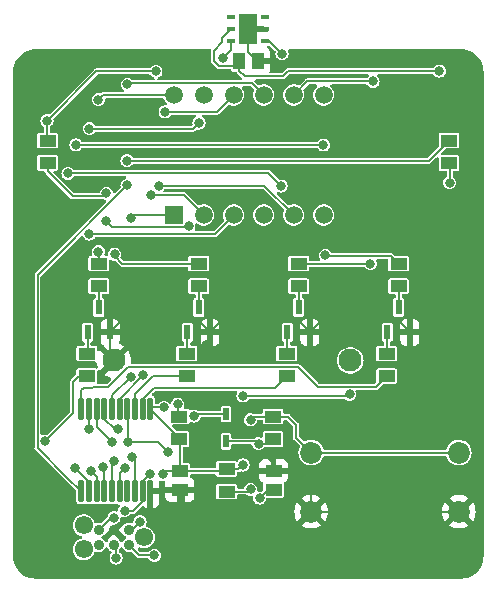
<source format=gbr>
%TF.GenerationSoftware,KiCad,Pcbnew,7.0.1*%
%TF.CreationDate,2023-04-20T20:08:01+02:00*%
%TF.ProjectId,RHT device,52485420-6465-4766-9963-652e6b696361,rev?*%
%TF.SameCoordinates,Original*%
%TF.FileFunction,Copper,L1,Top*%
%TF.FilePolarity,Positive*%
%FSLAX46Y46*%
G04 Gerber Fmt 4.6, Leading zero omitted, Abs format (unit mm)*
G04 Created by KiCad (PCBNEW 7.0.1) date 2023-04-20 20:08:01*
%MOMM*%
%LPD*%
G01*
G04 APERTURE LIST*
G04 Aperture macros list*
%AMRoundRect*
0 Rectangle with rounded corners*
0 $1 Rounding radius*
0 $2 $3 $4 $5 $6 $7 $8 $9 X,Y pos of 4 corners*
0 Add a 4 corners polygon primitive as box body*
4,1,4,$2,$3,$4,$5,$6,$7,$8,$9,$2,$3,0*
0 Add four circle primitives for the rounded corners*
1,1,$1+$1,$2,$3*
1,1,$1+$1,$4,$5*
1,1,$1+$1,$6,$7*
1,1,$1+$1,$8,$9*
0 Add four rect primitives between the rounded corners*
20,1,$1+$1,$2,$3,$4,$5,0*
20,1,$1+$1,$4,$5,$6,$7,0*
20,1,$1+$1,$6,$7,$8,$9,0*
20,1,$1+$1,$8,$9,$2,$3,0*%
G04 Aperture macros list end*
%TA.AperFunction,SMDPad,CuDef*%
%ADD10R,1.470000X1.020000*%
%TD*%
%TA.AperFunction,SMDPad,CuDef*%
%ADD11RoundRect,0.125000X-0.125000X0.825000X-0.125000X-0.825000X0.125000X-0.825000X0.125000X0.825000X0*%
%TD*%
%TA.AperFunction,SMDPad,CuDef*%
%ADD12R,0.600000X1.250000*%
%TD*%
%TA.AperFunction,SMDPad,CuDef*%
%ADD13R,1.450000X1.000000*%
%TD*%
%TA.AperFunction,ComponentPad*%
%ADD14C,1.850000*%
%TD*%
%TA.AperFunction,ComponentPad*%
%ADD15R,1.500000X1.500000*%
%TD*%
%TA.AperFunction,ComponentPad*%
%ADD16C,1.500000*%
%TD*%
%TA.AperFunction,SMDPad,CuDef*%
%ADD17R,0.500000X1.075000*%
%TD*%
%TA.AperFunction,SMDPad,CuDef*%
%ADD18C,0.889000*%
%TD*%
%TA.AperFunction,ComponentPad*%
%ADD19C,1.550000*%
%TD*%
%TA.AperFunction,SMDPad,CuDef*%
%ADD20R,1.020000X1.470000*%
%TD*%
%TA.AperFunction,SMDPad,CuDef*%
%ADD21R,0.800000X0.450000*%
%TD*%
%TA.AperFunction,SMDPad,CuDef*%
%ADD22R,1.600000X2.500000*%
%TD*%
%TA.AperFunction,ComponentPad*%
%ADD23C,1.950000*%
%TD*%
%TA.AperFunction,ViaPad*%
%ADD24C,0.800000*%
%TD*%
%TA.AperFunction,Conductor*%
%ADD25C,0.200000*%
%TD*%
G04 APERTURE END LIST*
D10*
%TO.P,C1,1*%
%TO.N,+3V*%
X114930000Y-64043668D03*
%TO.P,C1,2*%
%TO.N,gnd*%
X114930000Y-65643668D03*
%TD*%
%TO.P,C3,1*%
%TO.N,Net-(C3-Pad1)*%
X122882000Y-65643668D03*
%TO.P,C3,2*%
%TO.N,gnd*%
X122882000Y-64043668D03*
%TD*%
D11*
%TO.P,IC1,1,VDD*%
%TO.N,+3V*%
X112451000Y-58786000D03*
%TO.P,IC1,2,IOCA5/OSC1/CLKIN/RA5*%
%TO.N,/C_3*%
X111801000Y-58786000D03*
%TO.P,IC1,3,AN3/IOCA3/OSC2/CLKOUT/RA4*%
%TO.N,/C_2*%
X111151000Y-58786000D03*
%TO.P,IC1,4,IOCA3/~{MCLR}/VPP/RA3*%
%TO.N,/MCLR*%
X110501000Y-58786000D03*
%TO.P,IC1,5,CCP1/P1A/T0CKI/RC5*%
%TO.N,/D_f*%
X109851000Y-58786000D03*
%TO.P,IC1,6,P1B/C12OUT/SRQ/RC4*%
%TO.N,/D_e*%
X109201000Y-58786000D03*
%TO.P,IC1,7,N7/P1C/C12IN3-/PGM/RC3*%
%TO.N,/D_d*%
X108551000Y-58786000D03*
%TO.P,IC1,8,AN8/~{SS}/T13CKI/T1OSCI/RC6*%
%TO.N,/D_g*%
X107901000Y-58786000D03*
%TO.P,IC1,9,AN9/SDO/T1OSCO/RC7*%
%TO.N,/D_dp*%
X107251000Y-58786000D03*
%TO.P,IC1,10,IOCB7/TX/CK/RB7*%
%TO.N,/C_4*%
X106601000Y-58786000D03*
%TO.P,IC1,11,RB6/IOCB6/SCK/SCL*%
%TO.N,/I2C_SCK*%
X106601000Y-65786000D03*
%TO.P,IC1,12,RB5/AN11/IOCB5/RX/DT*%
%TO.N,/C_1*%
X107251000Y-65786000D03*
%TO.P,IC1,13,RB4/AN10/IOCB4/SDI/SDA*%
%TO.N,/I2C_DATA*%
X107901000Y-65786000D03*
%TO.P,IC1,14,RC2/AN6/P1D/C12IN2-/CVREF/INT2*%
%TO.N,/D_c*%
X108551000Y-65786000D03*
%TO.P,IC1,15,RC1/AN5/C12IN1-/INT1/VREF-*%
%TO.N,/D_b*%
X109201000Y-65786000D03*
%TO.P,IC1,16,RC0/AN4/C12IN+/INT0/VREF+*%
%TO.N,/D_a*%
X109851000Y-65786000D03*
%TO.P,IC1,17,VUSB*%
%TO.N,unconnected-(IC1-VUSB-Pad17)*%
X110501000Y-65786000D03*
%TO.P,IC1,18,RA1/IOCA1/D-/PGC*%
%TO.N,/PGC*%
X111151000Y-65786000D03*
%TO.P,IC1,19,RA0/IOCA0/D+/PGD*%
%TO.N,/B_1*%
X111801000Y-65786000D03*
%TO.P,IC1,20,VSS*%
%TO.N,gnd*%
X112451000Y-65786000D03*
%TD*%
D12*
%TO.P,Q1,1*%
%TO.N,Net-(Q1-Pad1)*%
X107133000Y-52314000D03*
%TO.P,Q1,2*%
%TO.N,gnd*%
X109043000Y-52314000D03*
%TO.P,Q1,3*%
%TO.N,Net-(Q1-Pad3)*%
X108088000Y-50214000D03*
%TD*%
%TO.P,Q2,1*%
%TO.N,Net-(Q2-Pad1)*%
X115594333Y-52314000D03*
%TO.P,Q2,2*%
%TO.N,gnd*%
X117504333Y-52314000D03*
%TO.P,Q2,3*%
%TO.N,Net-(Q2-Pad3)*%
X116549333Y-50214000D03*
%TD*%
%TO.P,Q3,1*%
%TO.N,Net-(Q3-Pad1)*%
X124055666Y-52314000D03*
%TO.P,Q3,2*%
%TO.N,gnd*%
X125965666Y-52314000D03*
%TO.P,Q3,3*%
%TO.N,Net-(Q3-Pad3)*%
X125010666Y-50214000D03*
%TD*%
%TO.P,Q4,1*%
%TO.N,Net-(Q4-Pad1)*%
X132517000Y-52314000D03*
%TO.P,Q4,2*%
%TO.N,gnd*%
X134427000Y-52314000D03*
%TO.P,Q4,3*%
%TO.N,Net-(Q4-Pad3)*%
X133472000Y-50214000D03*
%TD*%
D13*
%TO.P,R2,1*%
%TO.N,/C_1*%
X107072000Y-56024000D03*
%TO.P,R2,2*%
%TO.N,Net-(Q1-Pad1)*%
X107072000Y-54124000D03*
%TD*%
%TO.P,R1,1*%
%TO.N,+3V*%
X114890000Y-61348000D03*
%TO.P,R1,2*%
%TO.N,/MCLR*%
X114890000Y-59448000D03*
%TD*%
%TO.P,R3,1*%
%TO.N,Net-(Q1-Pad3)*%
X108088000Y-48404000D03*
%TO.P,R3,2*%
%TO.N,/CC_1*%
X108088000Y-46504000D03*
%TD*%
%TO.P,R4,1*%
%TO.N,/C_2*%
X115533333Y-56024000D03*
%TO.P,R4,2*%
%TO.N,Net-(Q2-Pad1)*%
X115533333Y-54124000D03*
%TD*%
%TO.P,R5,1*%
%TO.N,Net-(Q2-Pad3)*%
X116549333Y-48404000D03*
%TO.P,R5,2*%
%TO.N,/CC_2*%
X116549333Y-46504000D03*
%TD*%
%TO.P,R6,1*%
%TO.N,/C_3*%
X123994666Y-56024000D03*
%TO.P,R6,2*%
%TO.N,Net-(Q3-Pad1)*%
X123994666Y-54124000D03*
%TD*%
%TO.P,R7,1*%
%TO.N,Net-(Q3-Pad3)*%
X125010666Y-48404000D03*
%TO.P,R7,2*%
%TO.N,/CC_3*%
X125010666Y-46504000D03*
%TD*%
%TO.P,R8,1*%
%TO.N,/C_4*%
X132456000Y-56024000D03*
%TO.P,R8,2*%
%TO.N,Net-(Q4-Pad1)*%
X132456000Y-54124000D03*
%TD*%
%TO.P,R9,1*%
%TO.N,Net-(Q4-Pad3)*%
X133472000Y-48404000D03*
%TO.P,R9,2*%
%TO.N,/CC_4*%
X133472000Y-46504000D03*
%TD*%
%TO.P,R12,1*%
%TO.N,Net-(R12-Pad1)*%
X118906000Y-65793668D03*
%TO.P,R12,2*%
%TO.N,+3V*%
X118906000Y-63893668D03*
%TD*%
%TO.P,R13,1*%
%TO.N,Net-(R12-Pad1)*%
X122842000Y-59448000D03*
%TO.P,R13,2*%
%TO.N,Net-(C3-Pad1)*%
X122842000Y-61348000D03*
%TD*%
D14*
%TO.P,S1,1,1*%
%TO.N,gnd*%
X138570000Y-67500000D03*
%TO.P,S1,2,2*%
X126070000Y-67500000D03*
%TO.P,S1,3,3*%
%TO.N,Net-(R12-Pad1)*%
X138570000Y-62500000D03*
%TO.P,S1,4,4*%
X126070000Y-62500000D03*
%TD*%
D15*
%TO.P,U1,1,e*%
%TO.N,/D_e*%
X114430000Y-42390000D03*
D16*
%TO.P,U1,2,d*%
%TO.N,/D_d*%
X116970000Y-42390000D03*
%TO.P,U1,3,DPX*%
%TO.N,/D_dp*%
X119510000Y-42390000D03*
%TO.P,U1,4,c*%
%TO.N,/D_c*%
X122050000Y-42390000D03*
%TO.P,U1,5,g*%
%TO.N,/D_g*%
X124590000Y-42390000D03*
%TO.P,U1,6,CC4*%
%TO.N,/CC_4*%
X127130000Y-42390000D03*
%TO.P,U1,7,b*%
%TO.N,/D_b*%
X127130000Y-32230000D03*
%TO.P,U1,8,CC3*%
%TO.N,/CC_3*%
X124590000Y-32230000D03*
%TO.P,U1,9,CC2*%
%TO.N,/CC_2*%
X122050000Y-32230000D03*
%TO.P,U1,10,f*%
%TO.N,/D_f*%
X119510000Y-32230000D03*
%TO.P,U1,11,a*%
%TO.N,/D_a*%
X116970000Y-32230000D03*
%TO.P,U1,12,CC1*%
%TO.N,/CC_1*%
X114430000Y-32230000D03*
%TD*%
D17*
%TO.P,D1,1*%
%TO.N,/B_1*%
X118866000Y-59236000D03*
%TO.P,D1,2*%
%TO.N,Net-(C3-Pad1)*%
X118866000Y-61560000D03*
%TD*%
D18*
%TO.P,J1,1,-MCLR/VPP*%
%TO.N,/MCLR*%
X110630000Y-69030000D03*
%TO.P,J1,2,VDD*%
%TO.N,+3V*%
X110630000Y-70300000D03*
%TO.P,J1,3,GND*%
%TO.N,gnd*%
X109360000Y-69030000D03*
%TO.P,J1,4,PGD_(ICSPDAT)*%
%TO.N,/B_1*%
X109360000Y-70300000D03*
%TO.P,J1,5,PGC_(ICSPCLK)*%
%TO.N,/PGC*%
X108090000Y-69030000D03*
%TO.P,J1,6,UNUSED/LVP*%
%TO.N,unconnected-(J1-UNUSED{slash}LVP-Pad6)*%
X108090000Y-70300000D03*
D19*
%TO.P,J1,7*%
%TO.N,N/C*%
X111900000Y-69665000D03*
%TO.P,J1,8*%
X106820000Y-70681000D03*
%TO.P,J1,9*%
X106820000Y-68649000D03*
%TD*%
D20*
%TO.P,C2,1*%
%TO.N,gnd*%
X121550000Y-29360000D03*
%TO.P,C2,2*%
%TO.N,+3V*%
X119950000Y-29360000D03*
%TD*%
D13*
%TO.P,R10,1*%
%TO.N,/I2C_DATA*%
X103750000Y-36080000D03*
%TO.P,R10,2*%
%TO.N,+3V*%
X103750000Y-37980000D03*
%TD*%
%TO.P,R11,1*%
%TO.N,+3V*%
X137750000Y-37980000D03*
%TO.P,R11,2*%
%TO.N,/I2C_SCK*%
X137750000Y-36080000D03*
%TD*%
D21*
%TO.P,IC2,1,DATA*%
%TO.N,/I2C_DATA*%
X122200000Y-27650000D03*
%TO.P,IC2,2,GND*%
%TO.N,gnd*%
X122200000Y-26650000D03*
%TO.P,IC2,3,NC_1*%
%TO.N,unconnected-(IC2-NC_1-Pad3)*%
X122200000Y-25650000D03*
%TO.P,IC2,4,NC_2*%
%TO.N,unconnected-(IC2-NC_2-Pad4)*%
X119300000Y-25650000D03*
%TO.P,IC2,5,VDD*%
%TO.N,+3V*%
X119300000Y-26650000D03*
%TO.P,IC2,6,SCK*%
%TO.N,/I2C_SCK*%
X119300000Y-27650000D03*
D22*
%TO.P,IC2,7,EP*%
%TO.N,gnd*%
X120750000Y-26650000D03*
%TD*%
D23*
%TO.P,U2,1,1*%
%TO.N,+3V*%
X129370000Y-54700000D03*
%TO.P,U2,2,2*%
%TO.N,gnd*%
X109370000Y-54700000D03*
%TD*%
D24*
%TO.N,gnd*%
X116650000Y-62725000D03*
X115300000Y-67100000D03*
X134885000Y-29360000D03*
X134885000Y-50660000D03*
X117175000Y-53375000D03*
%TO.N,+3V*%
X120300500Y-57699500D03*
X129325000Y-57575000D03*
X113595548Y-58660920D03*
X112800000Y-71200000D03*
X113550000Y-64350000D03*
X137800000Y-39650000D03*
X120300500Y-63550000D03*
X108725000Y-42925000D03*
X136925000Y-30200000D03*
X115700000Y-43350500D03*
X108725000Y-40550000D03*
%TO.N,/B_1*%
X109550000Y-71425000D03*
X110275000Y-67425000D03*
X116164502Y-59400000D03*
X112400000Y-64286500D03*
%TO.N,Net-(C3-Pad1)*%
X121700000Y-66350000D03*
X121625000Y-61750000D03*
%TO.N,/D_a*%
X107300000Y-35075000D03*
X116575000Y-34600000D03*
X110266234Y-63800000D03*
%TO.N,/D_b*%
X127100000Y-36450000D03*
X109350000Y-63200000D03*
X106150000Y-36450000D03*
%TO.N,/D_c*%
X108475000Y-63750000D03*
X123525000Y-39925000D03*
X105475000Y-38850000D03*
%TO.N,/C_1*%
X106075000Y-63800000D03*
X103550000Y-61525000D03*
%TO.N,/D_dp*%
X107275000Y-44000000D03*
X107275000Y-60500000D03*
%TO.N,/D_g*%
X113165734Y-39890734D03*
X109200000Y-61600000D03*
%TO.N,/D_d*%
X109750000Y-60500000D03*
X112515734Y-40709266D03*
%TO.N,/D_e*%
X110800000Y-42600000D03*
X110775000Y-56075000D03*
%TO.N,/D_f*%
X111865734Y-55940734D03*
X113700000Y-33650000D03*
%TO.N,/CC_1*%
X108050000Y-32625000D03*
X108050000Y-45475000D03*
%TO.N,/CC_2*%
X109425000Y-45700000D03*
X110500000Y-31325000D03*
%TO.N,/CC_3*%
X131071000Y-46504000D03*
X131300000Y-31075000D03*
%TO.N,/CC_4*%
X127275000Y-45800000D03*
%TO.N,/MCLR*%
X114775000Y-58400000D03*
X110525000Y-61600000D03*
X113975000Y-62450000D03*
X111575000Y-68350000D03*
%TO.N,Net-(R12-Pad1)*%
X120950000Y-59725000D03*
X120950000Y-65600000D03*
%TO.N,/PGC*%
X110915734Y-62909266D03*
X109375000Y-68000000D03*
%TO.N,/I2C_DATA*%
X107425000Y-64050000D03*
X103700000Y-34400000D03*
X112925000Y-30225000D03*
X123600000Y-28710500D03*
%TO.N,/I2C_SCK*%
X110480761Y-39875000D03*
X118600000Y-29100000D03*
X110480761Y-37780761D03*
%TD*%
D25*
%TO.N,gnd*%
X112451000Y-65786000D02*
X112593332Y-65643668D01*
X133552000Y-51439000D02*
X134427000Y-52314000D01*
X115300000Y-67100000D02*
X115300000Y-66013668D01*
X126070000Y-67500000D02*
X126070000Y-65995000D01*
X109043000Y-54373000D02*
X109370000Y-54700000D01*
X125965666Y-52314000D02*
X126840666Y-51439000D01*
X134427000Y-51118000D02*
X134885000Y-50660000D01*
X118379333Y-51439000D02*
X125090666Y-51439000D01*
X122882000Y-64043668D02*
X122882000Y-63457000D01*
X112451000Y-65786000D02*
X112451000Y-67024000D01*
X109043000Y-52314000D02*
X109918000Y-51439000D01*
X122882000Y-63457000D02*
X122150000Y-62725000D01*
X122150000Y-62725000D02*
X116650000Y-62725000D01*
X109043000Y-52314000D02*
X109043000Y-54373000D01*
X121550000Y-29360000D02*
X120750000Y-28560000D01*
X138570000Y-67500000D02*
X126070000Y-67500000D01*
X121550000Y-29360000D02*
X134885000Y-29360000D01*
X110290000Y-68100000D02*
X109360000Y-69030000D01*
X111350000Y-67650000D02*
X110900000Y-68100000D01*
X125090666Y-51439000D02*
X125965666Y-52314000D01*
X109918000Y-51439000D02*
X116629333Y-51439000D01*
X112593332Y-65643668D02*
X114930000Y-65643668D01*
X117504333Y-53045667D02*
X117175000Y-53375000D01*
X116629333Y-51439000D02*
X117504333Y-52314000D01*
X124118668Y-64043668D02*
X122882000Y-64043668D01*
X120750000Y-28560000D02*
X120750000Y-26650000D01*
X115300000Y-66013668D02*
X114930000Y-65643668D01*
X117504333Y-52314000D02*
X117504333Y-53045667D01*
X122200000Y-26650000D02*
X120750000Y-26650000D01*
X112451000Y-67024000D02*
X111825000Y-67650000D01*
X111825000Y-67650000D02*
X111350000Y-67650000D01*
X117504333Y-52314000D02*
X118379333Y-51439000D01*
X126840666Y-51439000D02*
X133552000Y-51439000D01*
X110900000Y-68100000D02*
X110290000Y-68100000D01*
X126070000Y-65995000D02*
X124118668Y-64043668D01*
X134427000Y-52314000D02*
X134427000Y-51118000D01*
%TO.N,+3V*%
X105870000Y-40800000D02*
X108475000Y-40800000D01*
X137800000Y-38030000D02*
X137750000Y-37980000D01*
X123685000Y-30650000D02*
X120450000Y-30650000D01*
X118549092Y-27400908D02*
X118549092Y-27765455D01*
X114930000Y-61388000D02*
X114890000Y-61348000D01*
X112800000Y-71200000D02*
X111530000Y-71200000D01*
X118756000Y-64043668D02*
X118906000Y-63893668D01*
X118906000Y-63893668D02*
X119906332Y-63893668D01*
X111530000Y-71200000D02*
X110630000Y-70300000D01*
X136925000Y-30200000D02*
X124135000Y-30200000D01*
X120450000Y-30650000D02*
X119950000Y-30150000D01*
X108475000Y-40800000D02*
X108725000Y-40550000D01*
X103750000Y-37980000D02*
X103750000Y-38680000D01*
X109190000Y-43390000D02*
X115660500Y-43390000D01*
X119950000Y-30150000D02*
X119950000Y-29360000D01*
X124135000Y-30200000D02*
X123685000Y-30650000D01*
X119300000Y-26650000D02*
X118549092Y-27400908D01*
X118549092Y-27765455D02*
X117850000Y-28464547D01*
X129200500Y-57699500D02*
X129325000Y-57575000D01*
X119560000Y-29750000D02*
X119950000Y-29360000D01*
X108725000Y-42925000D02*
X109190000Y-43390000D01*
X117850000Y-29350000D02*
X118250000Y-29750000D01*
X115660500Y-43390000D02*
X115700000Y-43350500D01*
X119906332Y-63893668D02*
X120250000Y-63550000D01*
X114930000Y-64043668D02*
X114930000Y-61388000D01*
X103750000Y-38680000D02*
X105870000Y-40800000D01*
X114890000Y-61348000D02*
X114890000Y-61225000D01*
X118250000Y-29750000D02*
X119560000Y-29750000D01*
X113856332Y-64043668D02*
X113550000Y-64350000D01*
X117850000Y-28464547D02*
X117850000Y-29350000D01*
X114890000Y-61225000D02*
X112451000Y-58786000D01*
X114930000Y-64043668D02*
X118756000Y-64043668D01*
X137800000Y-39650000D02*
X137800000Y-38030000D01*
X120250000Y-63550000D02*
X120300500Y-63550000D01*
X114930000Y-64043668D02*
X113856332Y-64043668D01*
X112576080Y-58660920D02*
X112451000Y-58786000D01*
X120300500Y-57699500D02*
X129200500Y-57699500D01*
X113595548Y-58660920D02*
X112576080Y-58660920D01*
%TO.N,/B_1*%
X111801000Y-65786000D02*
X111801000Y-66616330D01*
X109550000Y-70490000D02*
X109360000Y-70300000D01*
X116328502Y-59236000D02*
X118866000Y-59236000D01*
X111801000Y-66616330D02*
X110942330Y-67475000D01*
X111801000Y-64885500D02*
X112400000Y-64286500D01*
X111801000Y-65786000D02*
X111801000Y-64885500D01*
X110942330Y-67475000D02*
X110325000Y-67475000D01*
X109550000Y-71425000D02*
X109550000Y-70490000D01*
X110325000Y-67475000D02*
X110275000Y-67425000D01*
X116164502Y-59400000D02*
X116328502Y-59236000D01*
%TO.N,Net-(C3-Pad1)*%
X121625000Y-61750000D02*
X122440000Y-61750000D01*
X122406332Y-65643668D02*
X121700000Y-66350000D01*
X118866000Y-61560000D02*
X121435000Y-61560000D01*
X122440000Y-61750000D02*
X122842000Y-61348000D01*
X122882000Y-65643668D02*
X122406332Y-65643668D01*
X121435000Y-61560000D02*
X121625000Y-61750000D01*
%TO.N,/D_a*%
X107300000Y-35075000D02*
X116100000Y-35075000D01*
X116100000Y-35075000D02*
X116575000Y-34600000D01*
X109851000Y-64215234D02*
X110266234Y-63800000D01*
X109851000Y-65786000D02*
X109851000Y-64215234D01*
%TO.N,/D_b*%
X126775000Y-36450000D02*
X127100000Y-36450000D01*
X109201000Y-65786000D02*
X109201000Y-63349000D01*
X106150000Y-36450000D02*
X126775000Y-36450000D01*
X109201000Y-63349000D02*
X109350000Y-63200000D01*
%TO.N,/D_c*%
X108551000Y-65786000D02*
X108551000Y-63826000D01*
X122450000Y-38850000D02*
X123525000Y-39925000D01*
X105475000Y-38850000D02*
X122450000Y-38850000D01*
X108551000Y-63826000D02*
X108475000Y-63750000D01*
%TO.N,/C_1*%
X105925000Y-59150000D02*
X105925000Y-56500000D01*
X107251000Y-65786000D02*
X107251000Y-64955670D01*
X107251000Y-64955670D02*
X106095330Y-63800000D01*
X105925000Y-56500000D02*
X106401000Y-56024000D01*
X103550000Y-61525000D02*
X105925000Y-59150000D01*
X106401000Y-56024000D02*
X107072000Y-56024000D01*
X106095330Y-63800000D02*
X106075000Y-63800000D01*
%TO.N,/C_2*%
X111151000Y-57574000D02*
X111151000Y-58786000D01*
X115533333Y-56024000D02*
X112701000Y-56024000D01*
X112701000Y-56024000D02*
X111151000Y-57574000D01*
%TO.N,/C_3*%
X111801000Y-57955670D02*
X112756670Y-57000000D01*
X111801000Y-58786000D02*
X111801000Y-57955670D01*
X123018666Y-57000000D02*
X123994666Y-56024000D01*
X112756670Y-57000000D02*
X123018666Y-57000000D01*
%TO.N,/C_4*%
X132456000Y-56024000D02*
X131530000Y-56950000D01*
X106601000Y-57224000D02*
X106601000Y-58786000D01*
X124969666Y-55274000D02*
X110551000Y-55274000D01*
X107631670Y-56925000D02*
X107531670Y-57025000D01*
X107531670Y-57025000D02*
X106800000Y-57025000D01*
X126620666Y-56925000D02*
X124969666Y-55274000D01*
X106800000Y-57025000D02*
X106601000Y-57224000D01*
X108900000Y-56925000D02*
X107631670Y-56925000D01*
X131505000Y-56925000D02*
X126620666Y-56925000D01*
X110551000Y-55274000D02*
X108900000Y-56925000D01*
X131530000Y-56950000D02*
X131505000Y-56925000D01*
%TO.N,/D_dp*%
X107251000Y-58786000D02*
X107251000Y-60476000D01*
X107251000Y-60476000D02*
X107275000Y-60500000D01*
X117900000Y-44000000D02*
X119510000Y-42390000D01*
X107275000Y-44000000D02*
X117900000Y-44000000D01*
%TO.N,/D_g*%
X122090734Y-39890734D02*
X124590000Y-42390000D01*
X113165734Y-39890734D02*
X122090734Y-39890734D01*
X107901000Y-58786000D02*
X107901000Y-60301000D01*
X107901000Y-60301000D02*
X109200000Y-61600000D01*
%TO.N,/D_d*%
X109434670Y-60500000D02*
X109750000Y-60500000D01*
X112515734Y-40709266D02*
X115289266Y-40709266D01*
X115289266Y-40709266D02*
X116970000Y-42390000D01*
X108551000Y-59616330D02*
X109434670Y-60500000D01*
X108551000Y-58786000D02*
X108551000Y-59616330D01*
%TO.N,/D_e*%
X109201000Y-58786000D02*
X109201000Y-57649000D01*
X110800000Y-42600000D02*
X111010000Y-42390000D01*
X109201000Y-57649000D02*
X110775000Y-56075000D01*
X111010000Y-42390000D02*
X114430000Y-42390000D01*
%TO.N,/D_f*%
X113700000Y-33650000D02*
X118090000Y-33650000D01*
X109851000Y-58786000D02*
X109851000Y-57955468D01*
X118090000Y-33650000D02*
X119510000Y-32230000D01*
X109851000Y-57955468D02*
X111865734Y-55940734D01*
%TO.N,Net-(Q1-Pad3)*%
X108088000Y-50214000D02*
X108088000Y-48404000D01*
%TO.N,Net-(Q1-Pad1)*%
X107133000Y-54063000D02*
X107072000Y-54124000D01*
X107133000Y-52314000D02*
X107133000Y-54063000D01*
%TO.N,Net-(Q2-Pad3)*%
X116549333Y-50214000D02*
X116549333Y-48404000D01*
%TO.N,Net-(Q2-Pad1)*%
X115594333Y-54063000D02*
X115533333Y-54124000D01*
X115594333Y-52314000D02*
X115594333Y-54063000D01*
%TO.N,Net-(Q3-Pad3)*%
X125010666Y-50214000D02*
X125010666Y-48404000D01*
%TO.N,Net-(Q3-Pad1)*%
X124055666Y-52314000D02*
X124055666Y-54063000D01*
X124055666Y-54063000D02*
X123994666Y-54124000D01*
%TO.N,Net-(Q4-Pad3)*%
X133472000Y-50214000D02*
X133472000Y-48404000D01*
%TO.N,Net-(Q4-Pad1)*%
X132517000Y-54063000D02*
X132456000Y-54124000D01*
X132517000Y-52314000D02*
X132517000Y-54063000D01*
%TO.N,/CC_1*%
X108088000Y-46504000D02*
X108088000Y-45513000D01*
X108088000Y-45513000D02*
X108050000Y-45475000D01*
X108445000Y-32230000D02*
X114430000Y-32230000D01*
X108050000Y-32625000D02*
X108445000Y-32230000D01*
%TO.N,/CC_2*%
X121050000Y-31230000D02*
X122050000Y-32230000D01*
X109425000Y-45875000D02*
X109425000Y-45700000D01*
X116549333Y-46504000D02*
X110054000Y-46504000D01*
X110595000Y-31230000D02*
X121050000Y-31230000D01*
X110054000Y-46504000D02*
X109425000Y-45875000D01*
X110500000Y-31325000D02*
X110595000Y-31230000D01*
%TO.N,/CC_3*%
X125010666Y-46504000D02*
X131071000Y-46504000D01*
X131300000Y-31075000D02*
X125745000Y-31075000D01*
X125745000Y-31075000D02*
X124590000Y-32230000D01*
%TO.N,/CC_4*%
X127579000Y-45854000D02*
X127329000Y-45854000D01*
X132822000Y-45854000D02*
X127579000Y-45854000D01*
X133472000Y-46504000D02*
X132822000Y-45854000D01*
X127329000Y-45854000D02*
X127275000Y-45800000D01*
%TO.N,/MCLR*%
X110630000Y-69030000D02*
X110895000Y-69030000D01*
X110525000Y-58810000D02*
X110501000Y-58786000D01*
X110895000Y-69030000D02*
X111575000Y-68350000D01*
X110525000Y-61600000D02*
X113125000Y-61600000D01*
X113125000Y-61600000D02*
X113975000Y-62450000D01*
X114775000Y-59333000D02*
X114890000Y-59448000D01*
X114775000Y-58400000D02*
X114775000Y-59333000D01*
X110525000Y-61600000D02*
X110525000Y-58810000D01*
%TO.N,Net-(R12-Pad1)*%
X121227000Y-59448000D02*
X120950000Y-59725000D01*
X126070000Y-62500000D02*
X138570000Y-62500000D01*
X124800000Y-61230000D02*
X124800000Y-60175000D01*
X124800000Y-60175000D02*
X124073000Y-59448000D01*
X120756332Y-65793668D02*
X120950000Y-65600000D01*
X126070000Y-62500000D02*
X124800000Y-61230000D01*
X118906000Y-65793668D02*
X120756332Y-65793668D01*
X122842000Y-59448000D02*
X121227000Y-59448000D01*
X124073000Y-59448000D02*
X122842000Y-59448000D01*
%TO.N,/PGC*%
X111151000Y-63144532D02*
X110915734Y-62909266D01*
X111151000Y-65786000D02*
X111151000Y-63144532D01*
X109120000Y-68000000D02*
X108090000Y-69030000D01*
X109375000Y-68000000D02*
X109120000Y-68000000D01*
%TO.N,/I2C_DATA*%
X122539500Y-27650000D02*
X123600000Y-28710500D01*
X103700000Y-36030000D02*
X103750000Y-36080000D01*
X103700000Y-34400000D02*
X103700000Y-36030000D01*
X112925000Y-30225000D02*
X107875000Y-30225000D01*
X122200000Y-27650000D02*
X122539500Y-27650000D01*
X107875000Y-30225000D02*
X103700000Y-34400000D01*
X107901000Y-64526000D02*
X107425000Y-64050000D01*
X107901000Y-65786000D02*
X107901000Y-64526000D01*
%TO.N,/I2C_SCK*%
X110480761Y-37780761D02*
X136049239Y-37780761D01*
X105425000Y-64610000D02*
X105410000Y-64610000D01*
X105410000Y-64610000D02*
X102900000Y-62100000D01*
X106601000Y-65786000D02*
X105425000Y-64610000D01*
X102900000Y-47455761D02*
X110480761Y-39875000D01*
X119300000Y-27650000D02*
X119300000Y-28400000D01*
X102900000Y-62100000D02*
X102900000Y-47455761D01*
X136049239Y-37780761D02*
X137750000Y-36080000D01*
X119300000Y-28400000D02*
X118600000Y-29100000D01*
%TD*%
%TA.AperFunction,Conductor*%
%TO.N,gnd*%
G36*
X122556831Y-28034939D02*
G01*
X122597059Y-28061819D01*
X123024892Y-28489652D01*
X123054630Y-28537474D01*
X123060150Y-28593518D01*
X123044749Y-28710498D01*
X123063670Y-28854209D01*
X123119137Y-28988122D01*
X123119138Y-28988124D01*
X123119139Y-28988125D01*
X123207379Y-29103121D01*
X123322375Y-29191361D01*
X123456291Y-29246830D01*
X123600000Y-29265750D01*
X123743709Y-29246830D01*
X123877625Y-29191361D01*
X123992621Y-29103121D01*
X124080861Y-28988125D01*
X124136330Y-28854209D01*
X124155250Y-28710500D01*
X124136330Y-28566791D01*
X124115965Y-28517624D01*
X124107540Y-28497284D01*
X124098742Y-28437239D01*
X124119490Y-28380211D01*
X124164815Y-28339858D01*
X124223860Y-28325844D01*
X124239545Y-28326066D01*
X124243301Y-28325499D01*
X138700802Y-28325499D01*
X138700806Y-28325500D01*
X138725469Y-28325500D01*
X138745933Y-28325500D01*
X138754042Y-28325765D01*
X138777909Y-28327329D01*
X138993102Y-28341433D01*
X139009165Y-28343548D01*
X139240136Y-28389492D01*
X139255779Y-28393683D01*
X139478787Y-28469384D01*
X139493754Y-28475584D01*
X139672375Y-28563670D01*
X139704960Y-28579739D01*
X139719006Y-28587849D01*
X139914802Y-28718675D01*
X139927667Y-28728546D01*
X140034659Y-28822375D01*
X140104716Y-28883814D01*
X140116185Y-28895283D01*
X140271450Y-29072328D01*
X140281324Y-29085197D01*
X140412150Y-29280993D01*
X140420260Y-29295039D01*
X140524412Y-29506238D01*
X140530617Y-29521220D01*
X140606288Y-29744139D01*
X140606311Y-29744204D01*
X140610509Y-29759872D01*
X140656449Y-29990825D01*
X140658567Y-30006906D01*
X140674235Y-30245957D01*
X140674500Y-30254067D01*
X140674500Y-71245933D01*
X140674235Y-71254043D01*
X140658567Y-71493093D01*
X140656449Y-71509174D01*
X140610509Y-71740127D01*
X140606311Y-71755795D01*
X140530619Y-71978776D01*
X140524412Y-71993761D01*
X140420260Y-72204960D01*
X140412150Y-72219006D01*
X140281324Y-72414802D01*
X140271450Y-72427671D01*
X140116185Y-72604716D01*
X140104716Y-72616185D01*
X139927671Y-72771450D01*
X139914802Y-72781324D01*
X139719006Y-72912150D01*
X139704960Y-72920260D01*
X139493761Y-73024412D01*
X139478776Y-73030619D01*
X139255795Y-73106311D01*
X139240127Y-73110509D01*
X139009174Y-73156449D01*
X138993093Y-73158567D01*
X138754043Y-73174235D01*
X138745933Y-73174500D01*
X102754067Y-73174500D01*
X102745957Y-73174235D01*
X102506906Y-73158567D01*
X102490825Y-73156449D01*
X102259872Y-73110509D01*
X102244210Y-73106312D01*
X102021220Y-73030617D01*
X102006238Y-73024412D01*
X101795039Y-72920260D01*
X101780993Y-72912150D01*
X101585197Y-72781324D01*
X101572328Y-72771450D01*
X101395283Y-72616185D01*
X101383814Y-72604716D01*
X101228549Y-72427671D01*
X101218675Y-72414802D01*
X101087849Y-72219006D01*
X101079739Y-72204960D01*
X101062469Y-72169940D01*
X100975584Y-71993754D01*
X100969384Y-71978787D01*
X100893683Y-71755779D01*
X100889492Y-71740136D01*
X100843548Y-71509165D01*
X100841433Y-71493102D01*
X100825765Y-71254042D01*
X100825500Y-71245933D01*
X100825500Y-62100000D01*
X102644591Y-62100000D01*
X102664032Y-62197739D01*
X102677244Y-62217512D01*
X102683942Y-62227536D01*
X102697616Y-62248000D01*
X102716975Y-62276974D01*
X102719399Y-62280601D01*
X102730168Y-62287796D01*
X102748957Y-62303217D01*
X105206782Y-64761042D01*
X105222204Y-64779833D01*
X105229399Y-64790602D01*
X105277633Y-64822830D01*
X105277631Y-64822829D01*
X105285366Y-64827997D01*
X105304160Y-64843420D01*
X106164181Y-65703441D01*
X106191061Y-65743669D01*
X106200500Y-65791122D01*
X106200500Y-66638131D01*
X106216485Y-66718495D01*
X106275999Y-66807564D01*
X106277376Y-66809624D01*
X106368505Y-66870515D01*
X106448867Y-66886500D01*
X106753132Y-66886499D01*
X106833495Y-66870515D01*
X106857108Y-66854736D01*
X106901808Y-66836221D01*
X106950191Y-66836221D01*
X106994887Y-66854734D01*
X107018505Y-66870515D01*
X107098867Y-66886500D01*
X107403132Y-66886499D01*
X107483495Y-66870515D01*
X107507108Y-66854736D01*
X107551808Y-66836221D01*
X107600191Y-66836221D01*
X107644887Y-66854734D01*
X107668505Y-66870515D01*
X107748867Y-66886500D01*
X108053132Y-66886499D01*
X108133495Y-66870515D01*
X108157108Y-66854736D01*
X108201808Y-66836221D01*
X108250191Y-66836221D01*
X108294887Y-66854734D01*
X108318505Y-66870515D01*
X108398867Y-66886500D01*
X108703132Y-66886499D01*
X108783495Y-66870515D01*
X108807108Y-66854736D01*
X108851808Y-66836221D01*
X108900191Y-66836221D01*
X108944887Y-66854734D01*
X108968505Y-66870515D01*
X109048867Y-66886500D01*
X109353132Y-66886499D01*
X109433495Y-66870515D01*
X109457108Y-66854736D01*
X109501808Y-66836221D01*
X109550191Y-66836221D01*
X109594887Y-66854734D01*
X109618505Y-66870515D01*
X109698867Y-66886500D01*
X109742868Y-66886499D01*
X109808347Y-66905197D01*
X109854080Y-66955654D01*
X109866271Y-67022652D01*
X109841244Y-67085985D01*
X109794138Y-67147374D01*
X109738670Y-67281290D01*
X109725619Y-67380421D01*
X109705782Y-67433126D01*
X109664680Y-67471622D01*
X109610791Y-67487969D01*
X109555229Y-67478797D01*
X109518709Y-67463670D01*
X109499788Y-67461178D01*
X109374999Y-67444749D01*
X109231290Y-67463670D01*
X109097377Y-67519137D01*
X108982379Y-67607379D01*
X108894137Y-67722377D01*
X108838670Y-67856289D01*
X108833432Y-67896071D01*
X108821705Y-67934728D01*
X108798174Y-67967564D01*
X108350508Y-68415230D01*
X108302686Y-68444968D01*
X108246642Y-68450488D01*
X108090000Y-68429865D01*
X107934675Y-68450314D01*
X107876950Y-68474225D01*
X107810099Y-68482136D01*
X107748966Y-68453953D01*
X107711567Y-68397980D01*
X107670144Y-68270492D01*
X107572870Y-68102007D01*
X107442691Y-67957429D01*
X107285300Y-67843078D01*
X107107568Y-67763947D01*
X106917276Y-67723500D01*
X106917274Y-67723500D01*
X106722726Y-67723500D01*
X106722724Y-67723500D01*
X106532431Y-67763947D01*
X106354699Y-67843078D01*
X106197308Y-67957429D01*
X106067129Y-68102007D01*
X105969855Y-68270492D01*
X105911372Y-68450488D01*
X105909738Y-68455518D01*
X105889402Y-68649000D01*
X105909738Y-68842482D01*
X105909739Y-68842485D01*
X105969855Y-69027507D01*
X106067129Y-69195992D01*
X106197308Y-69340570D01*
X106354699Y-69454921D01*
X106532431Y-69534052D01*
X106577868Y-69543710D01*
X106636971Y-69574608D01*
X106671519Y-69631654D01*
X106671519Y-69698346D01*
X106636971Y-69755392D01*
X106577868Y-69786290D01*
X106532431Y-69795947D01*
X106354699Y-69875078D01*
X106197308Y-69989429D01*
X106067129Y-70134007D01*
X105969855Y-70302492D01*
X105915130Y-70470922D01*
X105909738Y-70487518D01*
X105893212Y-70644749D01*
X105890566Y-70669930D01*
X105889402Y-70681000D01*
X105909738Y-70874482D01*
X105909739Y-70874485D01*
X105969855Y-71059507D01*
X106067129Y-71227992D01*
X106197308Y-71372570D01*
X106354699Y-71486921D01*
X106354700Y-71486921D01*
X106354701Y-71486922D01*
X106381860Y-71499014D01*
X106532431Y-71566052D01*
X106722724Y-71606500D01*
X106722726Y-71606500D01*
X106917274Y-71606500D01*
X106917276Y-71606500D01*
X107107568Y-71566052D01*
X107107569Y-71566051D01*
X107107571Y-71566051D01*
X107285299Y-71486922D01*
X107382836Y-71416057D01*
X107442691Y-71372570D01*
X107445156Y-71369833D01*
X107572870Y-71227992D01*
X107670144Y-71059508D01*
X107711567Y-70932018D01*
X107748966Y-70876046D01*
X107810100Y-70847863D01*
X107876950Y-70855774D01*
X107934674Y-70879685D01*
X108090000Y-70900134D01*
X108245326Y-70879685D01*
X108390067Y-70819731D01*
X108514359Y-70724359D01*
X108609731Y-70600067D01*
X108610045Y-70599308D01*
X108610439Y-70598359D01*
X108644468Y-70551521D01*
X108696053Y-70525237D01*
X108753947Y-70525237D01*
X108805532Y-70551521D01*
X108839561Y-70598359D01*
X108840268Y-70600066D01*
X108935640Y-70724359D01*
X109059933Y-70819731D01*
X109108393Y-70839804D01*
X109154169Y-70872606D01*
X109180716Y-70922271D01*
X109182558Y-70978556D01*
X109159317Y-71029851D01*
X109069138Y-71147374D01*
X109013670Y-71281290D01*
X108994749Y-71425000D01*
X109013670Y-71568709D01*
X109069137Y-71702622D01*
X109069138Y-71702624D01*
X109069139Y-71702625D01*
X109157379Y-71817621D01*
X109272375Y-71905861D01*
X109406291Y-71961330D01*
X109550000Y-71980250D01*
X109693709Y-71961330D01*
X109827625Y-71905861D01*
X109942621Y-71817621D01*
X110030861Y-71702625D01*
X110086330Y-71568709D01*
X110105250Y-71425000D01*
X110086330Y-71281291D01*
X110030861Y-71147375D01*
X109942621Y-71032379D01*
X109942619Y-71032378D01*
X109942619Y-71032377D01*
X109899989Y-70999666D01*
X109849012Y-70960550D01*
X109813288Y-70917020D01*
X109800500Y-70862176D01*
X109800500Y-70745416D01*
X109807081Y-70705558D01*
X109826124Y-70669930D01*
X109845446Y-70644749D01*
X109879731Y-70600067D01*
X109880045Y-70599308D01*
X109880439Y-70598359D01*
X109914468Y-70551521D01*
X109966053Y-70525237D01*
X110023947Y-70525237D01*
X110075532Y-70551521D01*
X110109561Y-70598359D01*
X110110268Y-70600066D01*
X110205640Y-70724359D01*
X110280040Y-70781447D01*
X110329933Y-70819731D01*
X110474674Y-70879685D01*
X110611929Y-70897754D01*
X110629999Y-70900134D01*
X110629999Y-70900133D01*
X110630000Y-70900134D01*
X110785326Y-70879685D01*
X110785328Y-70879683D01*
X110786642Y-70879511D01*
X110842686Y-70885031D01*
X110890509Y-70914769D01*
X111326783Y-71351043D01*
X111342204Y-71369833D01*
X111349399Y-71380601D01*
X111402463Y-71416057D01*
X111432259Y-71435966D01*
X111530000Y-71455408D01*
X111542694Y-71452882D01*
X111566885Y-71450500D01*
X112237176Y-71450500D01*
X112292020Y-71463288D01*
X112335550Y-71499012D01*
X112343348Y-71509174D01*
X112389030Y-71568709D01*
X112407379Y-71592621D01*
X112522375Y-71680861D01*
X112656291Y-71736330D01*
X112800000Y-71755250D01*
X112943709Y-71736330D01*
X113077625Y-71680861D01*
X113192621Y-71592621D01*
X113280861Y-71477625D01*
X113336330Y-71343709D01*
X113355250Y-71200000D01*
X113336330Y-71056291D01*
X113288187Y-70940061D01*
X113280862Y-70922377D01*
X113280861Y-70922376D01*
X113280861Y-70922375D01*
X113192621Y-70807379D01*
X113077625Y-70719139D01*
X113077624Y-70719138D01*
X113077622Y-70719137D01*
X112943709Y-70663670D01*
X112800000Y-70644749D01*
X112656290Y-70663670D01*
X112522377Y-70719137D01*
X112407377Y-70807380D01*
X112357890Y-70871873D01*
X112335550Y-70900987D01*
X112292020Y-70936712D01*
X112237176Y-70949500D01*
X111685122Y-70949500D01*
X111637669Y-70940061D01*
X111597441Y-70913181D01*
X111403940Y-70719680D01*
X111370897Y-70660315D01*
X111374098Y-70592448D01*
X111412580Y-70536455D01*
X111474792Y-70509146D01*
X111542055Y-70518718D01*
X111581892Y-70536455D01*
X111612431Y-70550052D01*
X111802724Y-70590500D01*
X111802726Y-70590500D01*
X111997274Y-70590500D01*
X111997276Y-70590500D01*
X112187568Y-70550052D01*
X112187569Y-70550051D01*
X112187571Y-70550051D01*
X112365299Y-70470922D01*
X112522692Y-70356569D01*
X112652870Y-70211992D01*
X112750144Y-70043508D01*
X112810262Y-69858482D01*
X112830598Y-69665000D01*
X112810262Y-69471518D01*
X112750144Y-69286492D01*
X112691736Y-69185326D01*
X112652870Y-69118007D01*
X112522691Y-68973429D01*
X112365300Y-68859078D01*
X112187568Y-68779947D01*
X112154365Y-68772890D01*
X112105305Y-68750468D01*
X112070408Y-68709336D01*
X112059774Y-68670165D01*
X125253386Y-68670165D01*
X125287926Y-68697049D01*
X125495626Y-68809451D01*
X125718982Y-68886129D01*
X125951921Y-68925000D01*
X126188079Y-68925000D01*
X126421017Y-68886129D01*
X126644373Y-68809451D01*
X126852074Y-68697049D01*
X126886612Y-68670166D01*
X126886613Y-68670165D01*
X137753386Y-68670165D01*
X137787926Y-68697049D01*
X137995626Y-68809451D01*
X138218982Y-68886129D01*
X138451921Y-68925000D01*
X138688079Y-68925000D01*
X138921017Y-68886129D01*
X139144373Y-68809451D01*
X139352074Y-68697049D01*
X139386612Y-68670166D01*
X139386613Y-68670165D01*
X138570000Y-67853553D01*
X137753386Y-68670165D01*
X126886613Y-68670165D01*
X126070000Y-67853553D01*
X125253386Y-68670165D01*
X112059774Y-68670165D01*
X112056276Y-68657279D01*
X112065585Y-68604148D01*
X112081006Y-68566918D01*
X112111330Y-68493709D01*
X112130250Y-68350000D01*
X112111330Y-68206291D01*
X112055861Y-68072375D01*
X111967621Y-67957379D01*
X111852625Y-67869139D01*
X111852624Y-67869138D01*
X111852622Y-67869137D01*
X111718709Y-67813670D01*
X111574999Y-67794749D01*
X111431290Y-67813670D01*
X111297377Y-67869137D01*
X111182379Y-67957379D01*
X111094137Y-68072377D01*
X111038670Y-68206290D01*
X111017619Y-68366186D01*
X111016549Y-68366045D01*
X111010826Y-68409507D01*
X110971750Y-68460428D01*
X110912450Y-68484990D01*
X110848814Y-68476612D01*
X110785327Y-68450315D01*
X110629999Y-68429865D01*
X110474674Y-68450315D01*
X110329932Y-68510269D01*
X110290483Y-68540539D01*
X110246110Y-68562196D01*
X110196803Y-68564820D01*
X110181065Y-68562485D01*
X109713553Y-69030000D01*
X109713553Y-69030001D01*
X110181064Y-69497512D01*
X110196800Y-69495178D01*
X110246109Y-69497802D01*
X110290480Y-69519458D01*
X110329933Y-69549731D01*
X110331639Y-69550437D01*
X110378475Y-69584464D01*
X110404761Y-69636046D01*
X110404763Y-69693940D01*
X110378483Y-69745525D01*
X110331649Y-69779557D01*
X110329934Y-69780267D01*
X110205640Y-69875640D01*
X110110268Y-69999933D01*
X110109560Y-70001643D01*
X110075531Y-70048479D01*
X110023947Y-70074762D01*
X109966053Y-70074762D01*
X109914469Y-70048479D01*
X109880440Y-70001643D01*
X109879733Y-69999936D01*
X109879731Y-69999933D01*
X109849458Y-69960480D01*
X109827802Y-69916109D01*
X109825178Y-69866800D01*
X109827512Y-69851064D01*
X109360001Y-69383553D01*
X109360000Y-69383553D01*
X108892485Y-69851065D01*
X108894820Y-69866803D01*
X108892196Y-69916110D01*
X108870539Y-69960483D01*
X108840267Y-69999933D01*
X108839560Y-70001643D01*
X108805531Y-70048479D01*
X108753947Y-70074762D01*
X108696053Y-70074762D01*
X108644469Y-70048479D01*
X108610440Y-70001643D01*
X108609731Y-69999933D01*
X108514359Y-69875640D01*
X108390066Y-69780268D01*
X108388359Y-69779561D01*
X108341521Y-69745532D01*
X108315237Y-69693947D01*
X108315237Y-69636053D01*
X108341521Y-69584468D01*
X108388359Y-69550439D01*
X108389521Y-69549957D01*
X108390067Y-69549731D01*
X108429519Y-69519458D01*
X108473890Y-69497803D01*
X108523199Y-69495178D01*
X108538934Y-69497512D01*
X109360000Y-68676447D01*
X109360003Y-68676444D01*
X109469528Y-68566918D01*
X109509759Y-68540036D01*
X109518705Y-68536330D01*
X109518709Y-68536330D01*
X109652625Y-68480861D01*
X109767621Y-68392621D01*
X109855861Y-68277625D01*
X109911330Y-68143709D01*
X109924381Y-68044575D01*
X109944216Y-67991874D01*
X109985319Y-67953377D01*
X110039208Y-67937030D01*
X110094770Y-67946202D01*
X110131291Y-67961330D01*
X110275000Y-67980250D01*
X110418709Y-67961330D01*
X110552625Y-67905861D01*
X110667621Y-67817621D01*
X110701081Y-67774014D01*
X110744614Y-67738288D01*
X110799458Y-67725500D01*
X110905445Y-67725500D01*
X110929635Y-67727882D01*
X110942330Y-67730408D01*
X111040071Y-67710966D01*
X111069866Y-67691057D01*
X111122931Y-67655601D01*
X111130128Y-67644828D01*
X111145540Y-67626048D01*
X111271588Y-67500000D01*
X124640115Y-67500000D01*
X124659617Y-67735346D01*
X124717591Y-67964282D01*
X124812456Y-68180552D01*
X124900750Y-68315695D01*
X125716447Y-67500001D01*
X126423553Y-67500001D01*
X127239248Y-68315696D01*
X127327542Y-68180553D01*
X127422408Y-67964282D01*
X127480382Y-67735346D01*
X127499884Y-67500000D01*
X137140115Y-67500000D01*
X137159617Y-67735346D01*
X137217591Y-67964282D01*
X137312456Y-68180552D01*
X137400750Y-68315695D01*
X138216447Y-67500001D01*
X138216447Y-67500000D01*
X138923553Y-67500000D01*
X139739248Y-68315696D01*
X139827542Y-68180553D01*
X139922408Y-67964282D01*
X139980382Y-67735346D01*
X139999884Y-67499999D01*
X139980382Y-67264653D01*
X139922408Y-67035717D01*
X139827543Y-66819447D01*
X139739248Y-66684302D01*
X138923553Y-67500000D01*
X138216447Y-67500000D01*
X137400749Y-66684302D01*
X137312454Y-66819449D01*
X137217592Y-67035714D01*
X137159617Y-67264653D01*
X137140115Y-67500000D01*
X127499884Y-67500000D01*
X127480382Y-67264653D01*
X127422408Y-67035717D01*
X127327543Y-66819447D01*
X127239248Y-66684302D01*
X126423553Y-67500000D01*
X126423553Y-67500001D01*
X125716447Y-67500001D01*
X125716447Y-67500000D01*
X124900749Y-66684302D01*
X124812454Y-66819449D01*
X124717592Y-67035714D01*
X124659617Y-67264653D01*
X124640115Y-67500000D01*
X111271588Y-67500000D01*
X111713673Y-67057915D01*
X111769260Y-67025823D01*
X111833447Y-67025823D01*
X111889034Y-67057917D01*
X111939888Y-67108771D01*
X112075810Y-67189155D01*
X112200999Y-67225525D01*
X112201000Y-67225525D01*
X112201000Y-66652858D01*
X112201499Y-66647780D01*
X112201499Y-66638138D01*
X112201500Y-66638133D01*
X112201499Y-66036000D01*
X112701000Y-66036000D01*
X112701000Y-67225525D01*
X112826189Y-67189155D01*
X112962111Y-67108771D01*
X113073771Y-66997111D01*
X113154155Y-66861189D01*
X113198210Y-66709552D01*
X113201000Y-66674109D01*
X113201000Y-66036000D01*
X112701000Y-66036000D01*
X112201499Y-66036000D01*
X112201499Y-65893668D01*
X113695000Y-65893668D01*
X113695000Y-66201492D01*
X113701402Y-66261043D01*
X113751647Y-66395757D01*
X113837811Y-66510856D01*
X113952910Y-66597020D01*
X114087624Y-66647265D01*
X114147176Y-66653668D01*
X114680000Y-66653668D01*
X114680000Y-65893668D01*
X115180000Y-65893668D01*
X115180000Y-66653668D01*
X115712824Y-66653668D01*
X115772375Y-66647265D01*
X115907089Y-66597020D01*
X116022188Y-66510856D01*
X116108352Y-66395757D01*
X116140901Y-66308489D01*
X118030500Y-66308489D01*
X118039233Y-66352391D01*
X118072495Y-66402172D01*
X118122276Y-66435434D01*
X118122278Y-66435435D01*
X118155277Y-66441999D01*
X118166179Y-66444168D01*
X118166180Y-66444168D01*
X119645820Y-66444168D01*
X119645821Y-66444168D01*
X119654554Y-66442430D01*
X119689722Y-66435435D01*
X119739504Y-66402172D01*
X119772767Y-66352390D01*
X119781500Y-66308488D01*
X119781500Y-66168168D01*
X119798113Y-66106168D01*
X119843500Y-66060781D01*
X119905500Y-66044168D01*
X120582463Y-66044168D01*
X120622321Y-66050749D01*
X120657949Y-66069792D01*
X120672374Y-66080860D01*
X120672375Y-66080861D01*
X120806291Y-66136330D01*
X120950000Y-66155250D01*
X121014059Y-66146816D01*
X121070102Y-66152335D01*
X121117925Y-66182073D01*
X121147663Y-66229896D01*
X121153183Y-66285940D01*
X121144749Y-66349998D01*
X121163670Y-66493709D01*
X121219137Y-66627622D01*
X121219138Y-66627624D01*
X121219139Y-66627625D01*
X121307379Y-66742621D01*
X121422375Y-66830861D01*
X121556291Y-66886330D01*
X121700000Y-66905250D01*
X121843709Y-66886330D01*
X121977625Y-66830861D01*
X122092621Y-66742621D01*
X122180861Y-66627625D01*
X122236330Y-66493709D01*
X122247089Y-66411982D01*
X122268455Y-66357044D01*
X122299483Y-66329833D01*
X125253385Y-66329833D01*
X126070000Y-67146447D01*
X126070001Y-67146447D01*
X126886612Y-66329833D01*
X137753385Y-66329833D01*
X138570000Y-67146447D01*
X138570001Y-67146447D01*
X139386612Y-66329833D01*
X139386612Y-66329831D01*
X139352074Y-66302950D01*
X139144376Y-66190549D01*
X138921017Y-66113870D01*
X138688079Y-66075000D01*
X138451921Y-66075000D01*
X138218982Y-66113870D01*
X137995626Y-66190548D01*
X137787924Y-66302951D01*
X137753386Y-66329832D01*
X137753385Y-66329833D01*
X126886612Y-66329833D01*
X126886612Y-66329831D01*
X126852074Y-66302950D01*
X126644376Y-66190549D01*
X126421017Y-66113870D01*
X126188079Y-66075000D01*
X125951921Y-66075000D01*
X125718982Y-66113870D01*
X125495626Y-66190548D01*
X125287924Y-66302951D01*
X125253386Y-66329832D01*
X125253385Y-66329833D01*
X122299483Y-66329833D01*
X122312772Y-66318179D01*
X122370029Y-66304168D01*
X123631821Y-66304168D01*
X123640553Y-66302430D01*
X123675722Y-66295435D01*
X123725504Y-66262172D01*
X123758767Y-66212390D01*
X123767500Y-66168488D01*
X123767500Y-65118848D01*
X123767500Y-65117277D01*
X123777512Y-65068464D01*
X123805931Y-65027533D01*
X123848168Y-65001095D01*
X123859087Y-64997022D01*
X123974188Y-64910857D01*
X124060352Y-64795757D01*
X124110597Y-64661043D01*
X124117000Y-64601492D01*
X124117000Y-64293668D01*
X121647000Y-64293668D01*
X121647000Y-64601492D01*
X121653402Y-64661043D01*
X121703647Y-64795757D01*
X121789811Y-64910857D01*
X121904912Y-64997022D01*
X121915832Y-65001095D01*
X121958069Y-65027533D01*
X121986488Y-65068464D01*
X121996500Y-65117277D01*
X121996500Y-65647877D01*
X121987061Y-65695330D01*
X121960180Y-65735559D01*
X121920844Y-65774894D01*
X121873021Y-65804632D01*
X121816979Y-65810150D01*
X121785752Y-65806039D01*
X121699998Y-65794749D01*
X121635940Y-65803183D01*
X121579896Y-65797663D01*
X121532073Y-65767925D01*
X121502335Y-65720102D01*
X121496816Y-65664058D01*
X121505250Y-65600000D01*
X121486330Y-65456291D01*
X121430861Y-65322375D01*
X121342621Y-65207379D01*
X121227625Y-65119139D01*
X121227624Y-65119138D01*
X121227622Y-65119137D01*
X121093709Y-65063670D01*
X120949999Y-65044749D01*
X120806290Y-65063670D01*
X120672377Y-65119137D01*
X120557379Y-65207379D01*
X120469139Y-65322374D01*
X120469139Y-65322375D01*
X120413670Y-65456291D01*
X120413669Y-65456295D01*
X120409393Y-65466620D01*
X120382513Y-65506849D01*
X120342284Y-65533729D01*
X120294831Y-65543168D01*
X119905500Y-65543168D01*
X119843500Y-65526555D01*
X119798113Y-65481168D01*
X119781500Y-65419168D01*
X119781500Y-65278847D01*
X119779331Y-65267945D01*
X119772767Y-65234946D01*
X119772766Y-65234944D01*
X119739504Y-65185163D01*
X119689723Y-65151901D01*
X119645821Y-65143168D01*
X119645820Y-65143168D01*
X118166180Y-65143168D01*
X118166179Y-65143168D01*
X118122276Y-65151901D01*
X118072495Y-65185163D01*
X118039233Y-65234944D01*
X118030500Y-65278847D01*
X118030500Y-66308489D01*
X116140901Y-66308489D01*
X116158597Y-66261043D01*
X116165000Y-66201492D01*
X116165000Y-65893668D01*
X115180000Y-65893668D01*
X114680000Y-65893668D01*
X113695000Y-65893668D01*
X112201499Y-65893668D01*
X112201499Y-65659998D01*
X112218112Y-65598000D01*
X112263499Y-65552613D01*
X112325499Y-65536000D01*
X113201000Y-65536000D01*
X113201000Y-64986875D01*
X113215642Y-64928422D01*
X113256109Y-64883773D01*
X113312845Y-64863472D01*
X113372450Y-64872312D01*
X113406291Y-64886330D01*
X113550000Y-64905250D01*
X113560447Y-64903874D01*
X113615787Y-64909157D01*
X113663261Y-64938093D01*
X113693320Y-64984863D01*
X113699921Y-65040067D01*
X113695000Y-65085843D01*
X113695000Y-65393668D01*
X116165000Y-65393668D01*
X116165000Y-65085844D01*
X116158597Y-65026292D01*
X116108352Y-64891578D01*
X116022188Y-64776479D01*
X115907087Y-64690314D01*
X115896168Y-64686242D01*
X115853931Y-64659804D01*
X115825512Y-64618873D01*
X115815500Y-64570060D01*
X115815500Y-64418168D01*
X115832113Y-64356168D01*
X115877500Y-64310781D01*
X115939500Y-64294168D01*
X117906500Y-64294168D01*
X117968500Y-64310781D01*
X118013887Y-64356168D01*
X118024869Y-64397154D01*
X118028117Y-64396509D01*
X118039233Y-64452391D01*
X118072495Y-64502172D01*
X118122276Y-64535434D01*
X118122278Y-64535435D01*
X118155277Y-64541999D01*
X118166179Y-64544168D01*
X118166180Y-64544168D01*
X119645820Y-64544168D01*
X119645821Y-64544168D01*
X119654554Y-64542430D01*
X119689722Y-64535435D01*
X119739504Y-64502172D01*
X119772767Y-64452390D01*
X119781500Y-64408488D01*
X119781500Y-64275340D01*
X119793398Y-64222339D01*
X119826808Y-64179509D01*
X119875319Y-64155069D01*
X119882340Y-64154893D01*
X119882141Y-64153888D01*
X119906332Y-64149076D01*
X120004073Y-64129634D01*
X120033868Y-64109725D01*
X120047415Y-64100673D01*
X120104152Y-64080373D01*
X120140402Y-64085750D01*
X120140607Y-64084199D01*
X120156790Y-64086329D01*
X120156791Y-64086330D01*
X120251324Y-64098775D01*
X120300499Y-64105250D01*
X120300499Y-64105249D01*
X120300500Y-64105250D01*
X120444209Y-64086330D01*
X120578125Y-64030861D01*
X120693121Y-63942621D01*
X120781361Y-63827625D01*
X120795426Y-63793668D01*
X121647000Y-63793668D01*
X122632000Y-63793668D01*
X122632000Y-63033668D01*
X123132000Y-63033668D01*
X123132000Y-63793668D01*
X124117000Y-63793668D01*
X124117000Y-63485844D01*
X124110597Y-63426292D01*
X124060352Y-63291578D01*
X123974188Y-63176479D01*
X123859089Y-63090315D01*
X123724375Y-63040070D01*
X123664824Y-63033668D01*
X123132000Y-63033668D01*
X122632000Y-63033668D01*
X122099176Y-63033668D01*
X122039624Y-63040070D01*
X121904910Y-63090315D01*
X121789811Y-63176479D01*
X121703647Y-63291578D01*
X121653402Y-63426292D01*
X121647000Y-63485844D01*
X121647000Y-63793668D01*
X120795426Y-63793668D01*
X120836830Y-63693709D01*
X120855750Y-63550000D01*
X120854285Y-63538876D01*
X120851649Y-63518848D01*
X120836830Y-63406291D01*
X120781361Y-63272375D01*
X120693121Y-63157379D01*
X120578125Y-63069139D01*
X120578124Y-63069138D01*
X120578122Y-63069137D01*
X120444209Y-63013670D01*
X120300499Y-62994749D01*
X120156790Y-63013670D01*
X120022877Y-63069137D01*
X119907878Y-63157379D01*
X119856690Y-63224088D01*
X119808255Y-63262099D01*
X119747507Y-63272128D01*
X119690338Y-63252023D01*
X119645821Y-63243168D01*
X119645820Y-63243168D01*
X118166180Y-63243168D01*
X118166179Y-63243168D01*
X118122276Y-63251901D01*
X118072495Y-63285163D01*
X118039233Y-63334944D01*
X118030500Y-63378847D01*
X118030500Y-63669168D01*
X118013887Y-63731168D01*
X117968500Y-63776555D01*
X117906500Y-63793168D01*
X115939500Y-63793168D01*
X115877500Y-63776555D01*
X115832113Y-63731168D01*
X115815500Y-63669168D01*
X115815500Y-63518847D01*
X115810706Y-63494749D01*
X115806767Y-63474946D01*
X115806766Y-63474944D01*
X115773504Y-63425163D01*
X115723723Y-63391901D01*
X115679821Y-63383168D01*
X115679820Y-63383168D01*
X115304500Y-63383168D01*
X115242500Y-63366555D01*
X115197113Y-63321168D01*
X115180500Y-63259168D01*
X115180500Y-62122500D01*
X115183227Y-62112321D01*
X118465500Y-62112321D01*
X118474233Y-62156223D01*
X118507495Y-62206004D01*
X118557276Y-62239266D01*
X118557278Y-62239267D01*
X118590277Y-62245831D01*
X118601179Y-62248000D01*
X118601180Y-62248000D01*
X119130820Y-62248000D01*
X119130821Y-62248000D01*
X119139554Y-62246262D01*
X119174722Y-62239267D01*
X119224504Y-62206004D01*
X119257767Y-62156222D01*
X119266500Y-62112320D01*
X119266500Y-61934500D01*
X119283113Y-61872500D01*
X119328500Y-61827113D01*
X119390500Y-61810500D01*
X120971350Y-61810500D01*
X121018803Y-61819939D01*
X121059032Y-61846819D01*
X121085911Y-61887048D01*
X121144137Y-62027622D01*
X121144138Y-62027624D01*
X121144139Y-62027625D01*
X121232379Y-62142621D01*
X121347375Y-62230861D01*
X121481291Y-62286330D01*
X121596737Y-62301529D01*
X121624999Y-62305250D01*
X121624999Y-62305249D01*
X121625000Y-62305250D01*
X121768709Y-62286330D01*
X121902625Y-62230861D01*
X122017621Y-62142621D01*
X122089449Y-62049012D01*
X122132980Y-62013288D01*
X122187824Y-62000500D01*
X122403115Y-62000500D01*
X122427305Y-62002882D01*
X122440000Y-62005408D01*
X122462748Y-62000883D01*
X122486940Y-61998500D01*
X123581821Y-61998500D01*
X123593181Y-61996240D01*
X123625722Y-61989767D01*
X123675504Y-61956504D01*
X123708767Y-61906722D01*
X123717500Y-61862820D01*
X123717500Y-60833180D01*
X123708767Y-60789278D01*
X123700981Y-60777625D01*
X123675504Y-60739495D01*
X123625723Y-60706233D01*
X123581821Y-60697500D01*
X123581820Y-60697500D01*
X122102180Y-60697500D01*
X122102179Y-60697500D01*
X122058276Y-60706233D01*
X122008495Y-60739495D01*
X121975233Y-60789276D01*
X121966500Y-60833179D01*
X121966500Y-61110019D01*
X121951858Y-61168472D01*
X121911391Y-61213121D01*
X121854654Y-61233422D01*
X121795048Y-61224580D01*
X121777489Y-61217307D01*
X121768709Y-61213670D01*
X121764539Y-61213121D01*
X121625000Y-61194749D01*
X121481290Y-61213670D01*
X121347377Y-61269137D01*
X121340761Y-61274213D01*
X121328168Y-61283877D01*
X121292543Y-61302919D01*
X121252684Y-61309500D01*
X119390500Y-61309500D01*
X119328500Y-61292887D01*
X119283113Y-61247500D01*
X119266500Y-61185500D01*
X119266500Y-61007679D01*
X119263237Y-60991278D01*
X119257767Y-60963778D01*
X119253969Y-60958094D01*
X119224504Y-60913995D01*
X119174723Y-60880733D01*
X119130821Y-60872000D01*
X119130820Y-60872000D01*
X118601180Y-60872000D01*
X118601179Y-60872000D01*
X118557276Y-60880733D01*
X118507495Y-60913995D01*
X118474233Y-60963776D01*
X118465500Y-61007679D01*
X118465500Y-62112321D01*
X115183227Y-62112321D01*
X115197113Y-62060500D01*
X115242500Y-62015113D01*
X115304500Y-61998500D01*
X115629821Y-61998500D01*
X115641181Y-61996240D01*
X115673722Y-61989767D01*
X115723504Y-61956504D01*
X115756767Y-61906722D01*
X115765500Y-61862820D01*
X115765500Y-60833180D01*
X115756767Y-60789278D01*
X115748981Y-60777625D01*
X115723504Y-60739495D01*
X115673723Y-60706233D01*
X115629821Y-60697500D01*
X115629820Y-60697500D01*
X114768122Y-60697500D01*
X114720669Y-60688061D01*
X114680441Y-60661181D01*
X114329441Y-60310181D01*
X114299191Y-60260818D01*
X114294649Y-60203102D01*
X114316804Y-60149615D01*
X114360827Y-60112015D01*
X114417122Y-60098500D01*
X115629821Y-60098500D01*
X115638553Y-60096762D01*
X115673722Y-60089767D01*
X115723504Y-60056504D01*
X115756767Y-60006722D01*
X115760324Y-59988839D01*
X115782343Y-59939165D01*
X115823488Y-59903674D01*
X115875857Y-59889181D01*
X115929391Y-59898470D01*
X116020793Y-59936330D01*
X116164502Y-59955250D01*
X116308211Y-59936330D01*
X116442127Y-59880861D01*
X116557123Y-59792621D01*
X116645363Y-59677625D01*
X116673167Y-59610500D01*
X116692822Y-59563048D01*
X116719701Y-59522819D01*
X116759930Y-59495939D01*
X116807383Y-59486500D01*
X118341500Y-59486500D01*
X118403500Y-59503113D01*
X118448887Y-59548500D01*
X118465500Y-59610500D01*
X118465500Y-59788321D01*
X118474233Y-59832223D01*
X118507495Y-59882004D01*
X118557276Y-59915266D01*
X118557278Y-59915267D01*
X118590277Y-59921831D01*
X118601179Y-59924000D01*
X118601180Y-59924000D01*
X119130820Y-59924000D01*
X119130821Y-59924000D01*
X119139554Y-59922262D01*
X119174722Y-59915267D01*
X119224504Y-59882004D01*
X119257767Y-59832222D01*
X119264933Y-59796196D01*
X119266500Y-59788321D01*
X119266500Y-59724999D01*
X120394749Y-59724999D01*
X120413670Y-59868709D01*
X120469137Y-60002622D01*
X120469138Y-60002624D01*
X120469139Y-60002625D01*
X120557379Y-60117621D01*
X120672375Y-60205861D01*
X120806291Y-60261330D01*
X120950000Y-60280250D01*
X121093709Y-60261330D01*
X121227625Y-60205861D01*
X121342621Y-60117621D01*
X121430861Y-60002625D01*
X121486330Y-59868709D01*
X121494544Y-59806313D01*
X121515908Y-59751377D01*
X121560226Y-59712511D01*
X121617483Y-59698500D01*
X121842500Y-59698500D01*
X121904500Y-59715113D01*
X121949887Y-59760500D01*
X121966500Y-59822500D01*
X121966500Y-59962821D01*
X121975233Y-60006723D01*
X122008495Y-60056504D01*
X122058276Y-60089766D01*
X122058278Y-60089767D01*
X122091277Y-60096331D01*
X122102179Y-60098500D01*
X122102180Y-60098500D01*
X123581820Y-60098500D01*
X123581821Y-60098500D01*
X123590553Y-60096762D01*
X123625722Y-60089767D01*
X123675504Y-60056504D01*
X123708767Y-60006722D01*
X123717500Y-59962820D01*
X123717500Y-59822500D01*
X123734113Y-59760500D01*
X123779500Y-59715113D01*
X123841500Y-59698500D01*
X123917878Y-59698500D01*
X123965331Y-59707939D01*
X124005559Y-59734819D01*
X124513181Y-60242441D01*
X124540061Y-60282669D01*
X124549500Y-60330122D01*
X124549500Y-61193115D01*
X124547117Y-61217307D01*
X124544592Y-61230000D01*
X124564033Y-61327740D01*
X124569549Y-61335995D01*
X124617673Y-61408019D01*
X124619399Y-61410601D01*
X124630168Y-61417796D01*
X124648956Y-61433216D01*
X125087077Y-61871337D01*
X125115022Y-61914224D01*
X125123264Y-61964744D01*
X125110397Y-62014289D01*
X125062827Y-62109823D01*
X125008282Y-62301529D01*
X124989892Y-62499999D01*
X125008282Y-62698470D01*
X125062827Y-62890178D01*
X125083086Y-62930862D01*
X125151674Y-63068604D01*
X125191917Y-63121894D01*
X125271791Y-63227665D01*
X125419087Y-63361943D01*
X125419089Y-63361944D01*
X125419090Y-63361945D01*
X125482486Y-63401198D01*
X125581507Y-63462510D01*
X125588554Y-63466873D01*
X125774414Y-63538876D01*
X125970340Y-63575500D01*
X126169658Y-63575500D01*
X126169660Y-63575500D01*
X126365586Y-63538876D01*
X126551446Y-63466873D01*
X126720910Y-63361945D01*
X126833651Y-63259168D01*
X126868208Y-63227665D01*
X126870909Y-63224088D01*
X126988326Y-63068604D01*
X127077171Y-62890180D01*
X127090703Y-62842621D01*
X127091288Y-62840566D01*
X127116388Y-62793823D01*
X127158727Y-62761850D01*
X127210554Y-62750500D01*
X137429446Y-62750500D01*
X137481273Y-62761850D01*
X137523612Y-62793823D01*
X137548712Y-62840566D01*
X137562827Y-62890177D01*
X137578860Y-62922375D01*
X137651674Y-63068604D01*
X137691917Y-63121894D01*
X137771791Y-63227665D01*
X137919087Y-63361943D01*
X137919089Y-63361944D01*
X137919090Y-63361945D01*
X137982486Y-63401198D01*
X138081507Y-63462510D01*
X138088554Y-63466873D01*
X138274414Y-63538876D01*
X138470340Y-63575500D01*
X138669658Y-63575500D01*
X138669660Y-63575500D01*
X138865586Y-63538876D01*
X139051446Y-63466873D01*
X139220910Y-63361945D01*
X139333651Y-63259168D01*
X139368208Y-63227665D01*
X139370909Y-63224088D01*
X139488326Y-63068604D01*
X139577171Y-62890180D01*
X139590704Y-62842619D01*
X139631717Y-62698470D01*
X139637909Y-62631643D01*
X139650108Y-62500000D01*
X139631717Y-62301531D01*
X139631717Y-62301529D01*
X139577172Y-62109821D01*
X139546893Y-62049014D01*
X139488326Y-61931396D01*
X139397029Y-61810500D01*
X139368208Y-61772334D01*
X139220912Y-61638056D01*
X139051447Y-61533127D01*
X138958515Y-61497125D01*
X138865586Y-61461124D01*
X138669660Y-61424500D01*
X138470340Y-61424500D01*
X138300269Y-61456291D01*
X138274414Y-61461124D01*
X138088552Y-61533127D01*
X137919087Y-61638056D01*
X137771791Y-61772334D01*
X137651674Y-61931396D01*
X137562827Y-62109822D01*
X137548712Y-62159434D01*
X137523612Y-62206177D01*
X137481273Y-62238150D01*
X137429446Y-62249500D01*
X127210554Y-62249500D01*
X127158727Y-62238150D01*
X127116388Y-62206177D01*
X127091288Y-62159434D01*
X127077172Y-62109822D01*
X127065942Y-62087270D01*
X126988326Y-61931396D01*
X126897029Y-61810500D01*
X126868208Y-61772334D01*
X126720912Y-61638056D01*
X126551447Y-61533127D01*
X126458515Y-61497125D01*
X126365586Y-61461124D01*
X126169660Y-61424500D01*
X125970340Y-61424500D01*
X125774414Y-61461124D01*
X125588554Y-61533127D01*
X125588552Y-61533127D01*
X125577840Y-61537278D01*
X125577445Y-61536259D01*
X125539102Y-61549434D01*
X125484556Y-61543101D01*
X125438093Y-61513833D01*
X125086819Y-61162559D01*
X125059939Y-61122331D01*
X125050500Y-61074878D01*
X125050500Y-60211885D01*
X125052883Y-60187693D01*
X125055408Y-60175000D01*
X125035966Y-60077259D01*
X124997131Y-60019139D01*
X124996266Y-60017845D01*
X124988835Y-60006723D01*
X124980601Y-59994399D01*
X124969827Y-59987200D01*
X124951043Y-59971783D01*
X124276217Y-59296957D01*
X124260794Y-59278165D01*
X124253600Y-59267398D01*
X124200537Y-59231943D01*
X124200536Y-59231942D01*
X124170739Y-59212032D01*
X124073000Y-59192591D01*
X124062303Y-59194719D01*
X124060305Y-59195117D01*
X124036115Y-59197500D01*
X123841500Y-59197500D01*
X123779500Y-59180887D01*
X123734113Y-59135500D01*
X123717500Y-59073500D01*
X123717500Y-58933179D01*
X123712642Y-58908758D01*
X123708767Y-58889278D01*
X123696061Y-58870262D01*
X123675504Y-58839495D01*
X123625723Y-58806233D01*
X123581821Y-58797500D01*
X123581820Y-58797500D01*
X122102180Y-58797500D01*
X122102179Y-58797500D01*
X122058276Y-58806233D01*
X122008495Y-58839495D01*
X121975233Y-58889276D01*
X121966500Y-58933179D01*
X121966500Y-59073500D01*
X121949887Y-59135500D01*
X121904500Y-59180887D01*
X121842500Y-59197500D01*
X121263885Y-59197500D01*
X121239694Y-59195117D01*
X121227000Y-59192592D01*
X121180240Y-59201893D01*
X121143898Y-59203678D01*
X121108602Y-59194838D01*
X121093710Y-59188670D01*
X120949999Y-59169749D01*
X120806290Y-59188670D01*
X120672377Y-59244137D01*
X120557379Y-59332379D01*
X120469137Y-59447377D01*
X120413670Y-59581290D01*
X120394749Y-59724999D01*
X119266500Y-59724999D01*
X119266500Y-58683679D01*
X119264331Y-58672777D01*
X119257767Y-58639778D01*
X119248593Y-58626048D01*
X119224504Y-58589995D01*
X119174723Y-58556733D01*
X119130821Y-58548000D01*
X119130820Y-58548000D01*
X118601180Y-58548000D01*
X118601179Y-58548000D01*
X118557276Y-58556733D01*
X118507495Y-58589995D01*
X118474233Y-58639776D01*
X118465500Y-58683679D01*
X118465500Y-58861500D01*
X118448887Y-58923500D01*
X118403500Y-58968887D01*
X118341500Y-58985500D01*
X116570703Y-58985500D01*
X116530845Y-58978919D01*
X116495217Y-58959876D01*
X116442126Y-58919138D01*
X116308211Y-58863670D01*
X116164502Y-58844749D01*
X116037512Y-58861468D01*
X116020793Y-58863670D01*
X115958974Y-58889276D01*
X115894614Y-58915934D01*
X115839052Y-58925106D01*
X115785162Y-58908758D01*
X115744062Y-58870264D01*
X115723504Y-58839496D01*
X115723502Y-58839495D01*
X115723502Y-58839494D01*
X115673723Y-58806233D01*
X115629821Y-58797500D01*
X115629820Y-58797500D01*
X115391786Y-58797500D01*
X115333333Y-58782858D01*
X115288684Y-58742391D01*
X115268383Y-58685655D01*
X115277223Y-58626050D01*
X115311330Y-58543709D01*
X115330250Y-58400000D01*
X115311330Y-58256291D01*
X115259123Y-58130250D01*
X115255862Y-58122377D01*
X115255861Y-58122376D01*
X115255861Y-58122375D01*
X115167621Y-58007379D01*
X115052625Y-57919139D01*
X115052624Y-57919138D01*
X115052622Y-57919137D01*
X114918709Y-57863670D01*
X114774999Y-57844749D01*
X114631290Y-57863670D01*
X114497377Y-57919137D01*
X114382379Y-58007379D01*
X114294137Y-58122377D01*
X114232423Y-58271373D01*
X114231098Y-58270824D01*
X114218959Y-58302443D01*
X114175935Y-58341180D01*
X114120014Y-58356162D01*
X114063386Y-58344124D01*
X114018395Y-58307690D01*
X113988170Y-58268300D01*
X113972520Y-58256291D01*
X113873173Y-58180059D01*
X113873172Y-58180058D01*
X113873170Y-58180057D01*
X113739257Y-58124590D01*
X113595548Y-58105669D01*
X113451838Y-58124590D01*
X113317925Y-58180057D01*
X113202925Y-58268300D01*
X113176727Y-58302443D01*
X113131098Y-58361907D01*
X113087568Y-58397632D01*
X113032724Y-58410420D01*
X112975499Y-58410420D01*
X112913499Y-58393807D01*
X112868112Y-58348420D01*
X112851499Y-58286420D01*
X112851499Y-57933869D01*
X112848569Y-57919137D01*
X112835515Y-57853505D01*
X112774624Y-57762376D01*
X112725024Y-57729234D01*
X112683494Y-57701484D01*
X112682440Y-57701275D01*
X112623358Y-57671535D01*
X112587972Y-57615652D01*
X112586349Y-57549528D01*
X112618952Y-57491977D01*
X112649729Y-57461201D01*
X112824110Y-57286819D01*
X112864339Y-57259939D01*
X112911792Y-57250500D01*
X119705046Y-57250500D01*
X119763499Y-57265142D01*
X119808148Y-57305609D01*
X119828449Y-57362345D01*
X119819607Y-57421952D01*
X119764170Y-57555790D01*
X119745249Y-57699499D01*
X119764170Y-57843209D01*
X119819637Y-57977122D01*
X119819638Y-57977124D01*
X119819639Y-57977125D01*
X119907879Y-58092121D01*
X120022875Y-58180361D01*
X120156791Y-58235830D01*
X120300500Y-58254750D01*
X120444209Y-58235830D01*
X120578125Y-58180361D01*
X120693121Y-58092121D01*
X120764949Y-57998512D01*
X120808480Y-57962788D01*
X120863324Y-57950000D01*
X128867322Y-57950000D01*
X128907181Y-57956581D01*
X128942807Y-57975623D01*
X129047375Y-58055861D01*
X129181291Y-58111330D01*
X129325000Y-58130250D01*
X129468709Y-58111330D01*
X129602625Y-58055861D01*
X129717621Y-57967621D01*
X129805861Y-57852625D01*
X129861330Y-57718709D01*
X129880250Y-57575000D01*
X129861330Y-57431291D01*
X129826395Y-57346951D01*
X129817554Y-57287345D01*
X129837855Y-57230609D01*
X129882504Y-57190142D01*
X129940957Y-57175500D01*
X131378981Y-57175500D01*
X131414976Y-57180839D01*
X131421142Y-57183755D01*
X131529999Y-57205408D01*
X131529999Y-57205407D01*
X131530000Y-57205408D01*
X131627741Y-57185966D01*
X131689683Y-57144577D01*
X131689683Y-57144576D01*
X131703113Y-57135603D01*
X131703115Y-57135601D01*
X131710600Y-57130600D01*
X131717796Y-57119828D01*
X131733208Y-57101050D01*
X132123440Y-56710819D01*
X132163669Y-56683939D01*
X132211122Y-56674500D01*
X133195821Y-56674500D01*
X133204553Y-56672762D01*
X133239722Y-56665767D01*
X133289504Y-56632504D01*
X133322767Y-56582722D01*
X133331500Y-56538820D01*
X133331500Y-55509180D01*
X133322767Y-55465278D01*
X133320238Y-55461493D01*
X133289504Y-55415495D01*
X133239723Y-55382233D01*
X133195821Y-55373500D01*
X133195820Y-55373500D01*
X131716180Y-55373500D01*
X131716179Y-55373500D01*
X131672276Y-55382233D01*
X131622495Y-55415495D01*
X131589233Y-55465276D01*
X131580500Y-55509179D01*
X131580500Y-56493876D01*
X131571061Y-56541328D01*
X131544182Y-56581556D01*
X131487559Y-56638180D01*
X131447330Y-56665061D01*
X131399877Y-56674500D01*
X126775789Y-56674500D01*
X126728336Y-56665061D01*
X126688108Y-56638181D01*
X125172883Y-55122957D01*
X125157460Y-55104165D01*
X125150266Y-55093398D01*
X125097203Y-55057943D01*
X125097202Y-55057942D01*
X125067405Y-55038032D01*
X124969666Y-55018591D01*
X124958969Y-55020719D01*
X124956971Y-55021117D01*
X124932781Y-55023500D01*
X110957949Y-55023500D01*
X110893014Y-55005138D01*
X110847309Y-54955490D01*
X110834373Y-54889260D01*
X110850055Y-54700000D01*
X110844985Y-54638821D01*
X114657833Y-54638821D01*
X114666566Y-54682723D01*
X114699828Y-54732504D01*
X114749609Y-54765766D01*
X114749611Y-54765767D01*
X114782610Y-54772331D01*
X114793512Y-54774500D01*
X114793513Y-54774500D01*
X116273153Y-54774500D01*
X116273154Y-54774500D01*
X116281887Y-54772762D01*
X116317055Y-54765767D01*
X116366837Y-54732504D01*
X116400100Y-54682722D01*
X116408833Y-54638821D01*
X123119166Y-54638821D01*
X123127899Y-54682723D01*
X123161161Y-54732504D01*
X123210942Y-54765766D01*
X123210944Y-54765767D01*
X123243943Y-54772331D01*
X123254845Y-54774500D01*
X123254846Y-54774500D01*
X124734486Y-54774500D01*
X124734487Y-54774500D01*
X124743220Y-54772762D01*
X124778388Y-54765767D01*
X124828170Y-54732504D01*
X124849888Y-54700000D01*
X128239678Y-54700000D01*
X128258923Y-54907698D01*
X128316005Y-55108319D01*
X128408978Y-55295035D01*
X128534682Y-55461494D01*
X128688826Y-55602014D01*
X128688828Y-55602015D01*
X128688829Y-55602016D01*
X128866172Y-55711823D01*
X129060673Y-55787173D01*
X129265707Y-55825500D01*
X129474291Y-55825500D01*
X129474293Y-55825500D01*
X129679327Y-55787173D01*
X129873828Y-55711823D01*
X130051171Y-55602016D01*
X130205318Y-55461493D01*
X130331019Y-55295038D01*
X130331019Y-55295036D01*
X130331021Y-55295035D01*
X130423994Y-55108319D01*
X130481076Y-54907698D01*
X130488213Y-54830678D01*
X130500322Y-54700000D01*
X130494653Y-54638821D01*
X131580500Y-54638821D01*
X131589233Y-54682723D01*
X131622495Y-54732504D01*
X131672276Y-54765766D01*
X131672278Y-54765767D01*
X131705277Y-54772331D01*
X131716179Y-54774500D01*
X131716180Y-54774500D01*
X133195820Y-54774500D01*
X133195821Y-54774500D01*
X133204554Y-54772762D01*
X133239722Y-54765767D01*
X133289504Y-54732504D01*
X133322767Y-54682722D01*
X133331500Y-54638820D01*
X133331500Y-53609180D01*
X133322767Y-53565278D01*
X133322766Y-53565276D01*
X133289504Y-53515495D01*
X133239723Y-53482233D01*
X133195821Y-53473500D01*
X133195820Y-53473500D01*
X132891500Y-53473500D01*
X132829500Y-53456887D01*
X132784113Y-53411500D01*
X132767500Y-53349500D01*
X132767500Y-53204058D01*
X132780288Y-53149215D01*
X132816013Y-53105683D01*
X132867307Y-53082441D01*
X132868118Y-53082279D01*
X132875722Y-53080767D01*
X132925504Y-53047504D01*
X132958767Y-52997722D01*
X132967500Y-52953820D01*
X132967500Y-52564000D01*
X133627000Y-52564000D01*
X133627000Y-52986824D01*
X133633402Y-53046375D01*
X133683647Y-53181089D01*
X133769811Y-53296188D01*
X133884910Y-53382352D01*
X134019624Y-53432597D01*
X134079176Y-53439000D01*
X134177000Y-53439000D01*
X134177000Y-52564000D01*
X134677000Y-52564000D01*
X134677000Y-53439000D01*
X134774824Y-53439000D01*
X134834375Y-53432597D01*
X134969089Y-53382352D01*
X135084188Y-53296188D01*
X135170352Y-53181089D01*
X135220597Y-53046375D01*
X135227000Y-52986824D01*
X135227000Y-52564000D01*
X134677000Y-52564000D01*
X134177000Y-52564000D01*
X133627000Y-52564000D01*
X132967500Y-52564000D01*
X132967500Y-52064000D01*
X133627000Y-52064000D01*
X134177000Y-52064000D01*
X134177000Y-51189000D01*
X134677000Y-51189000D01*
X134677000Y-52064000D01*
X135227000Y-52064000D01*
X135227000Y-51641176D01*
X135220597Y-51581624D01*
X135170352Y-51446910D01*
X135084188Y-51331811D01*
X134969089Y-51245647D01*
X134834375Y-51195402D01*
X134774824Y-51189000D01*
X134677000Y-51189000D01*
X134177000Y-51189000D01*
X134079176Y-51189000D01*
X134019624Y-51195402D01*
X133884910Y-51245647D01*
X133769811Y-51331811D01*
X133683647Y-51446910D01*
X133633402Y-51581624D01*
X133627000Y-51641176D01*
X133627000Y-52064000D01*
X132967500Y-52064000D01*
X132967500Y-51674180D01*
X132958767Y-51630278D01*
X132926258Y-51581624D01*
X132925504Y-51580495D01*
X132875723Y-51547233D01*
X132831821Y-51538500D01*
X132831820Y-51538500D01*
X132202180Y-51538500D01*
X132202179Y-51538500D01*
X132158276Y-51547233D01*
X132108495Y-51580495D01*
X132075233Y-51630276D01*
X132066500Y-51674179D01*
X132066500Y-52953821D01*
X132075233Y-52997723D01*
X132108495Y-53047504D01*
X132158276Y-53080766D01*
X132158278Y-53080767D01*
X132165646Y-53082232D01*
X132166693Y-53082441D01*
X132217987Y-53105683D01*
X132253712Y-53149215D01*
X132266500Y-53204058D01*
X132266500Y-53349500D01*
X132249887Y-53411500D01*
X132204500Y-53456887D01*
X132142500Y-53473500D01*
X131716179Y-53473500D01*
X131672276Y-53482233D01*
X131622495Y-53515495D01*
X131589233Y-53565276D01*
X131580500Y-53609179D01*
X131580500Y-54638821D01*
X130494653Y-54638821D01*
X130481076Y-54492304D01*
X130481076Y-54492301D01*
X130423994Y-54291680D01*
X130331021Y-54104964D01*
X130205317Y-53938505D01*
X130051173Y-53797985D01*
X129873827Y-53688176D01*
X129679328Y-53612827D01*
X129610982Y-53600051D01*
X129474293Y-53574500D01*
X129265707Y-53574500D01*
X129163189Y-53593663D01*
X129060671Y-53612827D01*
X128866172Y-53688176D01*
X128688826Y-53797985D01*
X128534682Y-53938505D01*
X128408978Y-54104964D01*
X128316005Y-54291680D01*
X128258923Y-54492301D01*
X128239678Y-54700000D01*
X124849888Y-54700000D01*
X124861433Y-54682722D01*
X124870166Y-54638820D01*
X124870166Y-53609180D01*
X124861433Y-53565278D01*
X124861432Y-53565276D01*
X124828170Y-53515495D01*
X124778389Y-53482233D01*
X124734487Y-53473500D01*
X124734486Y-53473500D01*
X124430166Y-53473500D01*
X124368166Y-53456887D01*
X124322779Y-53411500D01*
X124306166Y-53349500D01*
X124306166Y-53204058D01*
X124318954Y-53149215D01*
X124354679Y-53105683D01*
X124405973Y-53082441D01*
X124406784Y-53082279D01*
X124414388Y-53080767D01*
X124464170Y-53047504D01*
X124497433Y-52997722D01*
X124506166Y-52953820D01*
X124506166Y-52564000D01*
X125165666Y-52564000D01*
X125165666Y-52986824D01*
X125172068Y-53046375D01*
X125222313Y-53181089D01*
X125308477Y-53296188D01*
X125423576Y-53382352D01*
X125558290Y-53432597D01*
X125617842Y-53439000D01*
X125715666Y-53439000D01*
X125715666Y-52564000D01*
X126215666Y-52564000D01*
X126215666Y-53439000D01*
X126313490Y-53439000D01*
X126373041Y-53432597D01*
X126507755Y-53382352D01*
X126622854Y-53296188D01*
X126709018Y-53181089D01*
X126759263Y-53046375D01*
X126765666Y-52986824D01*
X126765666Y-52564000D01*
X126215666Y-52564000D01*
X125715666Y-52564000D01*
X125165666Y-52564000D01*
X124506166Y-52564000D01*
X124506166Y-52064000D01*
X125165666Y-52064000D01*
X125715666Y-52064000D01*
X125715666Y-51189000D01*
X126215666Y-51189000D01*
X126215666Y-52064000D01*
X126765666Y-52064000D01*
X126765666Y-51641176D01*
X126759263Y-51581624D01*
X126709018Y-51446910D01*
X126622854Y-51331811D01*
X126507755Y-51245647D01*
X126373041Y-51195402D01*
X126313490Y-51189000D01*
X126215666Y-51189000D01*
X125715666Y-51189000D01*
X125617842Y-51189000D01*
X125558290Y-51195402D01*
X125423576Y-51245647D01*
X125308477Y-51331811D01*
X125222313Y-51446910D01*
X125172068Y-51581624D01*
X125165666Y-51641176D01*
X125165666Y-52064000D01*
X124506166Y-52064000D01*
X124506166Y-51674180D01*
X124497433Y-51630278D01*
X124464924Y-51581624D01*
X124464170Y-51580495D01*
X124414389Y-51547233D01*
X124370487Y-51538500D01*
X124370486Y-51538500D01*
X123740846Y-51538500D01*
X123740845Y-51538500D01*
X123696942Y-51547233D01*
X123647161Y-51580495D01*
X123613899Y-51630276D01*
X123605166Y-51674179D01*
X123605166Y-52953821D01*
X123613899Y-52997723D01*
X123647161Y-53047504D01*
X123696942Y-53080766D01*
X123696944Y-53080767D01*
X123704312Y-53082232D01*
X123705359Y-53082441D01*
X123756653Y-53105683D01*
X123792378Y-53149215D01*
X123805166Y-53204058D01*
X123805166Y-53349500D01*
X123788553Y-53411500D01*
X123743166Y-53456887D01*
X123681166Y-53473500D01*
X123254845Y-53473500D01*
X123210942Y-53482233D01*
X123161161Y-53515495D01*
X123127899Y-53565276D01*
X123119166Y-53609179D01*
X123119166Y-54638821D01*
X116408833Y-54638821D01*
X116408833Y-54638820D01*
X116408833Y-53609180D01*
X116400100Y-53565278D01*
X116400099Y-53565276D01*
X116366837Y-53515495D01*
X116317056Y-53482233D01*
X116273154Y-53473500D01*
X116273153Y-53473500D01*
X115968833Y-53473500D01*
X115906833Y-53456887D01*
X115861446Y-53411500D01*
X115844833Y-53349500D01*
X115844833Y-53204058D01*
X115857621Y-53149215D01*
X115893346Y-53105683D01*
X115944640Y-53082441D01*
X115945451Y-53082279D01*
X115953055Y-53080767D01*
X116002837Y-53047504D01*
X116036100Y-52997722D01*
X116044833Y-52953820D01*
X116044833Y-52564000D01*
X116704333Y-52564000D01*
X116704333Y-52986824D01*
X116710735Y-53046375D01*
X116760980Y-53181089D01*
X116847144Y-53296188D01*
X116962243Y-53382352D01*
X117096957Y-53432597D01*
X117156509Y-53439000D01*
X117254333Y-53439000D01*
X117254333Y-52564000D01*
X117754333Y-52564000D01*
X117754333Y-53439000D01*
X117852157Y-53439000D01*
X117911708Y-53432597D01*
X118046422Y-53382352D01*
X118161521Y-53296188D01*
X118247685Y-53181089D01*
X118297930Y-53046375D01*
X118304333Y-52986824D01*
X118304333Y-52564000D01*
X117754333Y-52564000D01*
X117254333Y-52564000D01*
X116704333Y-52564000D01*
X116044833Y-52564000D01*
X116044833Y-52064000D01*
X116704333Y-52064000D01*
X117254333Y-52064000D01*
X117254333Y-51189000D01*
X117754333Y-51189000D01*
X117754333Y-52064000D01*
X118304333Y-52064000D01*
X118304333Y-51641176D01*
X118297930Y-51581624D01*
X118247685Y-51446910D01*
X118161521Y-51331811D01*
X118046422Y-51245647D01*
X117911708Y-51195402D01*
X117852157Y-51189000D01*
X117754333Y-51189000D01*
X117254333Y-51189000D01*
X117156509Y-51189000D01*
X117096957Y-51195402D01*
X116962243Y-51245647D01*
X116847144Y-51331811D01*
X116760980Y-51446910D01*
X116710735Y-51581624D01*
X116704333Y-51641176D01*
X116704333Y-52064000D01*
X116044833Y-52064000D01*
X116044833Y-51674180D01*
X116036100Y-51630278D01*
X116003591Y-51581624D01*
X116002837Y-51580495D01*
X115953056Y-51547233D01*
X115909154Y-51538500D01*
X115909153Y-51538500D01*
X115279513Y-51538500D01*
X115279512Y-51538500D01*
X115235609Y-51547233D01*
X115185828Y-51580495D01*
X115152566Y-51630276D01*
X115143833Y-51674179D01*
X115143833Y-52953821D01*
X115152566Y-52997723D01*
X115185828Y-53047504D01*
X115235609Y-53080766D01*
X115235611Y-53080767D01*
X115242979Y-53082232D01*
X115244026Y-53082441D01*
X115295320Y-53105683D01*
X115331045Y-53149215D01*
X115343833Y-53204058D01*
X115343833Y-53349500D01*
X115327220Y-53411500D01*
X115281833Y-53456887D01*
X115219833Y-53473500D01*
X114793512Y-53473500D01*
X114749609Y-53482233D01*
X114699828Y-53515495D01*
X114666566Y-53565276D01*
X114657833Y-53609179D01*
X114657833Y-54638821D01*
X110844985Y-54638821D01*
X110829869Y-54456395D01*
X110769860Y-54219425D01*
X110671669Y-53995571D01*
X110575372Y-53848178D01*
X109370000Y-55053553D01*
X108517757Y-55905793D01*
X108517758Y-55905794D01*
X108560484Y-55939050D01*
X108775473Y-56055396D01*
X109006665Y-56134766D01*
X109051267Y-56142208D01*
X109111973Y-56170727D01*
X109148947Y-56226686D01*
X109151373Y-56293713D01*
X109118541Y-56352198D01*
X109015794Y-56454944D01*
X108832556Y-56638183D01*
X108792331Y-56665061D01*
X108744878Y-56674500D01*
X108071500Y-56674500D01*
X108009500Y-56657887D01*
X107964113Y-56612500D01*
X107947500Y-56550500D01*
X107947500Y-55635993D01*
X107963436Y-55575180D01*
X108007148Y-55529999D01*
X108067400Y-55512061D01*
X108128706Y-55525977D01*
X108156295Y-55550956D01*
X108164626Y-55551820D01*
X109016447Y-54700001D01*
X109016447Y-54700000D01*
X108164625Y-53848178D01*
X108156295Y-53849042D01*
X108128706Y-53874022D01*
X108067400Y-53887938D01*
X108007148Y-53870000D01*
X107963436Y-53824819D01*
X107947500Y-53764006D01*
X107947500Y-53609179D01*
X107940601Y-53574500D01*
X107938767Y-53565278D01*
X107938766Y-53565276D01*
X107905504Y-53515495D01*
X107855723Y-53482233D01*
X107811821Y-53473500D01*
X107811820Y-53473500D01*
X107507500Y-53473500D01*
X107445500Y-53456887D01*
X107400113Y-53411500D01*
X107383500Y-53349500D01*
X107383500Y-53204058D01*
X107396288Y-53149215D01*
X107432013Y-53105683D01*
X107483307Y-53082441D01*
X107484118Y-53082279D01*
X107491722Y-53080767D01*
X107541504Y-53047504D01*
X107574767Y-52997722D01*
X107583500Y-52953820D01*
X107583500Y-52564000D01*
X108243000Y-52564000D01*
X108243000Y-52986824D01*
X108249402Y-53046375D01*
X108299647Y-53181089D01*
X108385811Y-53296189D01*
X108470046Y-53359247D01*
X108508286Y-53406473D01*
X108519497Y-53466197D01*
X108517758Y-53494205D01*
X109370000Y-54346447D01*
X109370001Y-54346447D01*
X110222240Y-53494205D01*
X110179514Y-53460949D01*
X109964526Y-53344603D01*
X109872919Y-53313154D01*
X109818962Y-53276487D01*
X109791084Y-53217507D01*
X109797001Y-53152539D01*
X109836597Y-53046378D01*
X109843000Y-52986824D01*
X109843000Y-52564000D01*
X108243000Y-52564000D01*
X107583500Y-52564000D01*
X107583500Y-52064000D01*
X108243000Y-52064000D01*
X108793000Y-52064000D01*
X108793000Y-51189000D01*
X109293000Y-51189000D01*
X109293000Y-52064000D01*
X109843000Y-52064000D01*
X109843000Y-51641176D01*
X109836597Y-51581624D01*
X109786352Y-51446910D01*
X109700188Y-51331811D01*
X109585089Y-51245647D01*
X109450375Y-51195402D01*
X109390824Y-51189000D01*
X109293000Y-51189000D01*
X108793000Y-51189000D01*
X108695176Y-51189000D01*
X108635624Y-51195402D01*
X108500910Y-51245647D01*
X108385811Y-51331811D01*
X108299647Y-51446910D01*
X108249402Y-51581624D01*
X108243000Y-51641176D01*
X108243000Y-52064000D01*
X107583500Y-52064000D01*
X107583500Y-51674180D01*
X107574767Y-51630278D01*
X107542258Y-51581624D01*
X107541504Y-51580495D01*
X107491723Y-51547233D01*
X107447821Y-51538500D01*
X107447820Y-51538500D01*
X106818180Y-51538500D01*
X106818179Y-51538500D01*
X106774276Y-51547233D01*
X106724495Y-51580495D01*
X106691233Y-51630276D01*
X106682500Y-51674179D01*
X106682500Y-52953821D01*
X106691233Y-52997723D01*
X106724495Y-53047504D01*
X106774276Y-53080766D01*
X106774278Y-53080767D01*
X106781646Y-53082232D01*
X106782693Y-53082441D01*
X106833987Y-53105683D01*
X106869712Y-53149215D01*
X106882500Y-53204058D01*
X106882500Y-53349500D01*
X106865887Y-53411500D01*
X106820500Y-53456887D01*
X106758500Y-53473500D01*
X106332179Y-53473500D01*
X106288276Y-53482233D01*
X106238495Y-53515495D01*
X106205233Y-53565276D01*
X106196500Y-53609179D01*
X106196500Y-54638821D01*
X106205233Y-54682723D01*
X106238495Y-54732504D01*
X106288276Y-54765766D01*
X106288278Y-54765767D01*
X106321277Y-54772331D01*
X106332179Y-54774500D01*
X107781968Y-54774500D01*
X107840985Y-54789445D01*
X107885777Y-54830678D01*
X107905544Y-54888260D01*
X107910130Y-54943604D01*
X107970139Y-55180575D01*
X107982437Y-55208613D01*
X107991805Y-55274714D01*
X107965540Y-55336092D01*
X107911256Y-55374955D01*
X107844688Y-55380038D01*
X107811821Y-55373500D01*
X107811820Y-55373500D01*
X106332180Y-55373500D01*
X106332179Y-55373500D01*
X106288276Y-55382233D01*
X106238495Y-55415495D01*
X106205233Y-55465276D01*
X106196500Y-55509179D01*
X106196500Y-55822877D01*
X106187061Y-55870330D01*
X106160181Y-55910558D01*
X105773952Y-56296785D01*
X105755169Y-56312202D01*
X105744398Y-56319399D01*
X105722484Y-56352198D01*
X105720787Y-56354738D01*
X105691546Y-56398500D01*
X105689033Y-56402261D01*
X105669592Y-56499999D01*
X105672117Y-56512693D01*
X105674500Y-56536885D01*
X105674500Y-58994878D01*
X105665061Y-59042331D01*
X105638181Y-59082559D01*
X103770845Y-60949893D01*
X103723022Y-60979631D01*
X103666979Y-60985150D01*
X103550000Y-60969750D01*
X103549999Y-60969750D01*
X103406290Y-60988670D01*
X103321952Y-61023604D01*
X103262345Y-61032446D01*
X103205609Y-61012145D01*
X103165142Y-60967496D01*
X103150500Y-60909043D01*
X103150500Y-48918821D01*
X107212500Y-48918821D01*
X107221233Y-48962723D01*
X107254495Y-49012504D01*
X107304276Y-49045766D01*
X107304278Y-49045767D01*
X107337277Y-49052331D01*
X107348179Y-49054500D01*
X107348180Y-49054500D01*
X107713500Y-49054500D01*
X107775500Y-49071113D01*
X107820887Y-49116500D01*
X107837500Y-49178500D01*
X107837500Y-49323942D01*
X107824712Y-49378785D01*
X107788987Y-49422317D01*
X107737693Y-49445559D01*
X107729276Y-49447233D01*
X107679495Y-49480495D01*
X107646233Y-49530276D01*
X107637500Y-49574179D01*
X107637500Y-50853821D01*
X107646233Y-50897723D01*
X107679495Y-50947504D01*
X107729276Y-50980766D01*
X107729278Y-50980767D01*
X107762277Y-50987331D01*
X107773179Y-50989500D01*
X107773180Y-50989500D01*
X108402820Y-50989500D01*
X108402821Y-50989500D01*
X108411554Y-50987762D01*
X108446722Y-50980767D01*
X108496504Y-50947504D01*
X108529767Y-50897722D01*
X108538500Y-50853820D01*
X108538500Y-49574180D01*
X108529767Y-49530278D01*
X108529766Y-49530276D01*
X108496504Y-49480495D01*
X108446723Y-49447233D01*
X108438307Y-49445559D01*
X108387013Y-49422317D01*
X108351288Y-49378785D01*
X108338500Y-49323942D01*
X108338500Y-49178500D01*
X108355113Y-49116500D01*
X108400500Y-49071113D01*
X108462500Y-49054500D01*
X108827821Y-49054500D01*
X108836554Y-49052762D01*
X108871722Y-49045767D01*
X108921504Y-49012504D01*
X108954767Y-48962722D01*
X108963500Y-48918821D01*
X115673833Y-48918821D01*
X115682566Y-48962723D01*
X115715828Y-49012504D01*
X115765609Y-49045766D01*
X115765611Y-49045767D01*
X115798610Y-49052331D01*
X115809512Y-49054500D01*
X115809513Y-49054500D01*
X116174833Y-49054500D01*
X116236833Y-49071113D01*
X116282220Y-49116500D01*
X116298833Y-49178500D01*
X116298833Y-49323942D01*
X116286045Y-49378785D01*
X116250320Y-49422317D01*
X116199026Y-49445559D01*
X116190609Y-49447233D01*
X116140828Y-49480495D01*
X116107566Y-49530276D01*
X116098833Y-49574179D01*
X116098833Y-50853821D01*
X116107566Y-50897723D01*
X116140828Y-50947504D01*
X116190609Y-50980766D01*
X116190611Y-50980767D01*
X116223610Y-50987331D01*
X116234512Y-50989500D01*
X116234513Y-50989500D01*
X116864153Y-50989500D01*
X116864154Y-50989500D01*
X116872887Y-50987762D01*
X116908055Y-50980767D01*
X116957837Y-50947504D01*
X116991100Y-50897722D01*
X116999833Y-50853820D01*
X116999833Y-49574180D01*
X116991100Y-49530278D01*
X116991099Y-49530276D01*
X116957837Y-49480495D01*
X116908056Y-49447233D01*
X116899640Y-49445559D01*
X116848346Y-49422317D01*
X116812621Y-49378785D01*
X116799833Y-49323942D01*
X116799833Y-49178500D01*
X116816446Y-49116500D01*
X116861833Y-49071113D01*
X116923833Y-49054500D01*
X117289154Y-49054500D01*
X117297887Y-49052762D01*
X117333055Y-49045767D01*
X117382837Y-49012504D01*
X117416100Y-48962722D01*
X117424833Y-48918821D01*
X124135166Y-48918821D01*
X124143899Y-48962723D01*
X124177161Y-49012504D01*
X124226942Y-49045766D01*
X124226944Y-49045767D01*
X124259943Y-49052331D01*
X124270845Y-49054500D01*
X124270846Y-49054500D01*
X124636166Y-49054500D01*
X124698166Y-49071113D01*
X124743553Y-49116500D01*
X124760166Y-49178500D01*
X124760166Y-49323942D01*
X124747378Y-49378785D01*
X124711653Y-49422317D01*
X124660359Y-49445559D01*
X124651942Y-49447233D01*
X124602161Y-49480495D01*
X124568899Y-49530276D01*
X124560166Y-49574179D01*
X124560166Y-50853821D01*
X124568899Y-50897723D01*
X124602161Y-50947504D01*
X124651942Y-50980766D01*
X124651944Y-50980767D01*
X124684943Y-50987331D01*
X124695845Y-50989500D01*
X124695846Y-50989500D01*
X125325486Y-50989500D01*
X125325487Y-50989500D01*
X125334220Y-50987762D01*
X125369388Y-50980767D01*
X125419170Y-50947504D01*
X125452433Y-50897722D01*
X125461166Y-50853820D01*
X125461166Y-49574180D01*
X125452433Y-49530278D01*
X125452432Y-49530276D01*
X125419170Y-49480495D01*
X125369389Y-49447233D01*
X125360973Y-49445559D01*
X125309679Y-49422317D01*
X125273954Y-49378785D01*
X125261166Y-49323942D01*
X125261166Y-49178500D01*
X125277779Y-49116500D01*
X125323166Y-49071113D01*
X125385166Y-49054500D01*
X125750487Y-49054500D01*
X125759220Y-49052762D01*
X125794388Y-49045767D01*
X125844170Y-49012504D01*
X125877433Y-48962722D01*
X125886166Y-48918821D01*
X132596500Y-48918821D01*
X132605233Y-48962723D01*
X132638495Y-49012504D01*
X132688276Y-49045766D01*
X132688278Y-49045767D01*
X132721277Y-49052331D01*
X132732179Y-49054500D01*
X132732180Y-49054500D01*
X133097500Y-49054500D01*
X133159500Y-49071113D01*
X133204887Y-49116500D01*
X133221500Y-49178500D01*
X133221500Y-49323942D01*
X133208712Y-49378785D01*
X133172987Y-49422317D01*
X133121693Y-49445559D01*
X133113276Y-49447233D01*
X133063495Y-49480495D01*
X133030233Y-49530276D01*
X133021500Y-49574179D01*
X133021500Y-50853821D01*
X133030233Y-50897723D01*
X133063495Y-50947504D01*
X133113276Y-50980766D01*
X133113278Y-50980767D01*
X133146277Y-50987331D01*
X133157179Y-50989500D01*
X133157180Y-50989500D01*
X133786820Y-50989500D01*
X133786821Y-50989500D01*
X133795554Y-50987762D01*
X133830722Y-50980767D01*
X133880504Y-50947504D01*
X133913767Y-50897722D01*
X133922500Y-50853820D01*
X133922500Y-49574180D01*
X133913767Y-49530278D01*
X133913766Y-49530276D01*
X133880504Y-49480495D01*
X133830723Y-49447233D01*
X133822307Y-49445559D01*
X133771013Y-49422317D01*
X133735288Y-49378785D01*
X133722500Y-49323942D01*
X133722500Y-49178500D01*
X133739113Y-49116500D01*
X133784500Y-49071113D01*
X133846500Y-49054500D01*
X134211821Y-49054500D01*
X134220554Y-49052762D01*
X134255722Y-49045767D01*
X134305504Y-49012504D01*
X134338767Y-48962722D01*
X134347500Y-48918820D01*
X134347500Y-47889180D01*
X134338767Y-47845278D01*
X134338766Y-47845276D01*
X134305504Y-47795495D01*
X134255723Y-47762233D01*
X134211821Y-47753500D01*
X134211820Y-47753500D01*
X132732180Y-47753500D01*
X132732179Y-47753500D01*
X132688276Y-47762233D01*
X132638495Y-47795495D01*
X132605233Y-47845276D01*
X132596500Y-47889179D01*
X132596500Y-48918821D01*
X125886166Y-48918821D01*
X125886166Y-48918820D01*
X125886166Y-47889180D01*
X125877433Y-47845278D01*
X125877432Y-47845276D01*
X125844170Y-47795495D01*
X125794389Y-47762233D01*
X125750487Y-47753500D01*
X125750486Y-47753500D01*
X124270846Y-47753500D01*
X124270845Y-47753500D01*
X124226942Y-47762233D01*
X124177161Y-47795495D01*
X124143899Y-47845276D01*
X124135166Y-47889179D01*
X124135166Y-48918821D01*
X117424833Y-48918821D01*
X117424833Y-48918820D01*
X117424833Y-47889180D01*
X117416100Y-47845278D01*
X117416099Y-47845276D01*
X117382837Y-47795495D01*
X117333056Y-47762233D01*
X117289154Y-47753500D01*
X117289153Y-47753500D01*
X115809513Y-47753500D01*
X115809512Y-47753500D01*
X115765609Y-47762233D01*
X115715828Y-47795495D01*
X115682566Y-47845276D01*
X115673833Y-47889179D01*
X115673833Y-48918821D01*
X108963500Y-48918821D01*
X108963500Y-48918820D01*
X108963500Y-47889180D01*
X108954767Y-47845278D01*
X108954766Y-47845276D01*
X108921504Y-47795495D01*
X108871723Y-47762233D01*
X108827821Y-47753500D01*
X108827820Y-47753500D01*
X107348180Y-47753500D01*
X107348179Y-47753500D01*
X107304276Y-47762233D01*
X107254495Y-47795495D01*
X107221233Y-47845276D01*
X107212500Y-47889179D01*
X107212500Y-48918821D01*
X103150500Y-48918821D01*
X103150500Y-47610883D01*
X103159939Y-47563430D01*
X103186819Y-47523202D01*
X103691200Y-47018821D01*
X107212500Y-47018821D01*
X107221233Y-47062723D01*
X107254495Y-47112504D01*
X107304276Y-47145766D01*
X107304278Y-47145767D01*
X107337277Y-47152331D01*
X107348179Y-47154500D01*
X107348180Y-47154500D01*
X108827820Y-47154500D01*
X108827821Y-47154500D01*
X108836553Y-47152762D01*
X108871722Y-47145767D01*
X108921504Y-47112504D01*
X108954767Y-47062722D01*
X108963500Y-47018820D01*
X108963500Y-46290277D01*
X108978142Y-46231824D01*
X109018609Y-46187175D01*
X109075345Y-46166874D01*
X109134952Y-46175715D01*
X109147374Y-46180860D01*
X109147375Y-46180861D01*
X109281291Y-46236330D01*
X109413200Y-46253696D01*
X109451857Y-46265423D01*
X109484694Y-46288954D01*
X109850783Y-46655043D01*
X109866204Y-46673833D01*
X109873399Y-46684601D01*
X109926463Y-46720057D01*
X109956259Y-46739966D01*
X110054000Y-46759408D01*
X110066694Y-46756882D01*
X110090885Y-46754500D01*
X115549833Y-46754500D01*
X115611833Y-46771113D01*
X115657220Y-46816500D01*
X115673833Y-46878500D01*
X115673833Y-47018821D01*
X115682566Y-47062723D01*
X115715828Y-47112504D01*
X115765609Y-47145766D01*
X115765611Y-47145767D01*
X115798610Y-47152331D01*
X115809512Y-47154500D01*
X115809513Y-47154500D01*
X117289153Y-47154500D01*
X117289154Y-47154500D01*
X117297886Y-47152762D01*
X117333055Y-47145767D01*
X117382837Y-47112504D01*
X117416100Y-47062722D01*
X117424833Y-47018821D01*
X124135166Y-47018821D01*
X124143899Y-47062723D01*
X124177161Y-47112504D01*
X124226942Y-47145766D01*
X124226944Y-47145767D01*
X124259943Y-47152331D01*
X124270845Y-47154500D01*
X124270846Y-47154500D01*
X125750486Y-47154500D01*
X125750487Y-47154500D01*
X125759219Y-47152762D01*
X125794388Y-47145767D01*
X125844170Y-47112504D01*
X125877433Y-47062722D01*
X125886166Y-47018820D01*
X125886166Y-46878500D01*
X125902779Y-46816500D01*
X125948166Y-46771113D01*
X126010166Y-46754500D01*
X130508176Y-46754500D01*
X130563020Y-46767288D01*
X130606550Y-46803012D01*
X130678379Y-46896621D01*
X130793375Y-46984861D01*
X130927291Y-47040330D01*
X131071000Y-47059250D01*
X131214709Y-47040330D01*
X131348625Y-46984861D01*
X131463621Y-46896621D01*
X131551861Y-46781625D01*
X131607330Y-46647709D01*
X131626250Y-46504000D01*
X131607330Y-46360291D01*
X131572395Y-46275951D01*
X131563554Y-46216345D01*
X131583855Y-46159609D01*
X131628504Y-46119142D01*
X131686957Y-46104500D01*
X132472500Y-46104500D01*
X132534500Y-46121113D01*
X132579887Y-46166500D01*
X132596500Y-46228500D01*
X132596500Y-47018821D01*
X132605233Y-47062723D01*
X132638495Y-47112504D01*
X132688276Y-47145766D01*
X132688278Y-47145767D01*
X132721277Y-47152331D01*
X132732179Y-47154500D01*
X132732180Y-47154500D01*
X134211820Y-47154500D01*
X134211821Y-47154500D01*
X134220553Y-47152762D01*
X134255722Y-47145767D01*
X134305504Y-47112504D01*
X134338767Y-47062722D01*
X134347500Y-47018820D01*
X134347500Y-45989180D01*
X134338767Y-45945278D01*
X134320561Y-45918030D01*
X134305504Y-45895495D01*
X134255723Y-45862233D01*
X134211821Y-45853500D01*
X134211820Y-45853500D01*
X133227122Y-45853500D01*
X133179669Y-45844061D01*
X133139441Y-45817181D01*
X133025217Y-45702957D01*
X133009794Y-45684165D01*
X133008380Y-45682049D01*
X133002601Y-45673399D01*
X132949536Y-45637942D01*
X132949535Y-45637941D01*
X132919739Y-45618032D01*
X132822000Y-45598591D01*
X132811303Y-45600719D01*
X132809305Y-45601117D01*
X132785115Y-45603500D01*
X127872318Y-45603500D01*
X127824865Y-45594061D01*
X127784636Y-45567180D01*
X127757756Y-45526951D01*
X127755861Y-45522375D01*
X127667621Y-45407379D01*
X127552625Y-45319139D01*
X127552624Y-45319138D01*
X127552622Y-45319137D01*
X127418709Y-45263670D01*
X127275000Y-45244749D01*
X127131290Y-45263670D01*
X126997377Y-45319137D01*
X126882379Y-45407379D01*
X126794137Y-45522377D01*
X126738670Y-45656290D01*
X126719749Y-45799999D01*
X126738670Y-45943709D01*
X126795971Y-46082048D01*
X126804813Y-46141655D01*
X126784512Y-46198391D01*
X126739863Y-46238858D01*
X126681410Y-46253500D01*
X126010166Y-46253500D01*
X125948166Y-46236887D01*
X125902779Y-46191500D01*
X125886166Y-46129500D01*
X125886166Y-45989179D01*
X125881452Y-45965482D01*
X125877433Y-45945278D01*
X125859227Y-45918030D01*
X125844170Y-45895495D01*
X125794389Y-45862233D01*
X125750487Y-45853500D01*
X125750486Y-45853500D01*
X124270846Y-45853500D01*
X124270845Y-45853500D01*
X124226942Y-45862233D01*
X124177161Y-45895495D01*
X124143899Y-45945276D01*
X124135166Y-45989179D01*
X124135166Y-47018821D01*
X117424833Y-47018821D01*
X117424833Y-47018820D01*
X117424833Y-45989180D01*
X117416100Y-45945278D01*
X117397894Y-45918030D01*
X117382837Y-45895495D01*
X117333056Y-45862233D01*
X117289154Y-45853500D01*
X117289153Y-45853500D01*
X115809513Y-45853500D01*
X115809512Y-45853500D01*
X115765609Y-45862233D01*
X115715828Y-45895495D01*
X115682566Y-45945276D01*
X115673833Y-45989179D01*
X115673833Y-46129500D01*
X115657220Y-46191500D01*
X115611833Y-46236887D01*
X115549833Y-46253500D01*
X110209122Y-46253500D01*
X110161669Y-46244061D01*
X110121441Y-46217181D01*
X109957424Y-46053164D01*
X109930544Y-46012936D01*
X109921105Y-45965482D01*
X109930542Y-45918037D01*
X109961330Y-45843709D01*
X109980250Y-45700000D01*
X109961330Y-45556291D01*
X109905861Y-45422375D01*
X109817621Y-45307379D01*
X109702625Y-45219139D01*
X109702624Y-45219138D01*
X109702622Y-45219137D01*
X109568709Y-45163670D01*
X109425000Y-45144749D01*
X109281290Y-45163670D01*
X109147377Y-45219137D01*
X109032379Y-45307379D01*
X108944137Y-45422377D01*
X108888670Y-45556290D01*
X108869750Y-45699999D01*
X108871503Y-45713314D01*
X108860946Y-45781904D01*
X108815189Y-45834080D01*
X108748564Y-45853500D01*
X108674656Y-45853500D01*
X108616203Y-45838858D01*
X108571554Y-45798391D01*
X108551253Y-45741655D01*
X108560094Y-45682049D01*
X108563677Y-45673398D01*
X108586330Y-45618709D01*
X108605250Y-45475000D01*
X108586330Y-45331291D01*
X108530861Y-45197375D01*
X108442621Y-45082379D01*
X108327625Y-44994139D01*
X108327624Y-44994138D01*
X108327622Y-44994137D01*
X108193709Y-44938670D01*
X108050000Y-44919749D01*
X107906290Y-44938670D01*
X107772377Y-44994137D01*
X107657379Y-45082379D01*
X107569137Y-45197377D01*
X107513670Y-45331290D01*
X107494749Y-45474999D01*
X107505452Y-45556290D01*
X107513670Y-45618709D01*
X107529237Y-45656291D01*
X107539906Y-45682049D01*
X107548747Y-45741655D01*
X107528446Y-45798391D01*
X107483797Y-45838858D01*
X107425344Y-45853500D01*
X107348179Y-45853500D01*
X107304276Y-45862233D01*
X107254495Y-45895495D01*
X107221233Y-45945276D01*
X107212500Y-45989179D01*
X107212500Y-47018821D01*
X103691200Y-47018821D01*
X104871163Y-45838858D01*
X106556963Y-44153056D01*
X106608649Y-44122077D01*
X106668836Y-44119121D01*
X106723309Y-44144885D01*
X106759205Y-44193286D01*
X106794137Y-44277622D01*
X106794138Y-44277624D01*
X106794139Y-44277625D01*
X106882379Y-44392621D01*
X106997375Y-44480861D01*
X107131291Y-44536330D01*
X107275000Y-44555250D01*
X107418709Y-44536330D01*
X107552625Y-44480861D01*
X107667621Y-44392621D01*
X107739449Y-44299012D01*
X107782980Y-44263288D01*
X107837824Y-44250500D01*
X117863115Y-44250500D01*
X117887305Y-44252882D01*
X117900000Y-44255408D01*
X117997741Y-44235966D01*
X118027536Y-44216057D01*
X118080601Y-44180601D01*
X118087798Y-44169828D01*
X118103210Y-44151048D01*
X119012815Y-43241444D01*
X119054040Y-43214158D01*
X119102656Y-43205148D01*
X119150924Y-43215849D01*
X119208420Y-43241448D01*
X119230199Y-43251145D01*
X119415352Y-43290500D01*
X119415354Y-43290500D01*
X119604646Y-43290500D01*
X119604648Y-43290500D01*
X119728083Y-43264262D01*
X119789803Y-43251144D01*
X119962730Y-43174151D01*
X120074991Y-43092589D01*
X120115870Y-43062889D01*
X120242533Y-42922216D01*
X120337179Y-42758284D01*
X120348931Y-42722116D01*
X120395674Y-42578256D01*
X120415460Y-42390000D01*
X121144540Y-42390000D01*
X121164326Y-42578257D01*
X121222820Y-42758284D01*
X121317466Y-42922216D01*
X121444129Y-43062889D01*
X121597269Y-43174151D01*
X121770197Y-43251144D01*
X121955352Y-43290500D01*
X121955354Y-43290500D01*
X122144646Y-43290500D01*
X122144648Y-43290500D01*
X122268083Y-43264262D01*
X122329803Y-43251144D01*
X122502730Y-43174151D01*
X122614991Y-43092589D01*
X122655870Y-43062889D01*
X122782533Y-42922216D01*
X122877179Y-42758284D01*
X122888931Y-42722116D01*
X122935674Y-42578256D01*
X122955460Y-42390000D01*
X122935674Y-42201744D01*
X122905332Y-42108363D01*
X122877179Y-42021715D01*
X122782533Y-41857783D01*
X122655870Y-41717110D01*
X122502730Y-41605848D01*
X122329802Y-41528855D01*
X122144648Y-41489500D01*
X122144646Y-41489500D01*
X121955354Y-41489500D01*
X121955352Y-41489500D01*
X121770197Y-41528855D01*
X121597269Y-41605848D01*
X121444129Y-41717110D01*
X121317466Y-41857783D01*
X121222820Y-42021715D01*
X121164326Y-42201742D01*
X121144540Y-42390000D01*
X120415460Y-42390000D01*
X120395674Y-42201744D01*
X120365332Y-42108363D01*
X120337179Y-42021715D01*
X120242533Y-41857783D01*
X120115870Y-41717110D01*
X119962730Y-41605848D01*
X119789802Y-41528855D01*
X119604648Y-41489500D01*
X119604646Y-41489500D01*
X119415354Y-41489500D01*
X119415352Y-41489500D01*
X119230197Y-41528855D01*
X119057269Y-41605848D01*
X118904129Y-41717110D01*
X118777466Y-41857783D01*
X118682820Y-42021715D01*
X118624326Y-42201742D01*
X118604540Y-42390000D01*
X118624326Y-42578257D01*
X118684999Y-42764989D01*
X118687642Y-42832254D01*
X118654749Y-42890988D01*
X117832559Y-43713181D01*
X117792331Y-43740061D01*
X117744878Y-43749500D01*
X116316165Y-43749500D01*
X116257712Y-43734858D01*
X116213063Y-43694391D01*
X116192762Y-43637655D01*
X116201603Y-43578049D01*
X116204924Y-43570030D01*
X116236330Y-43494209D01*
X116255250Y-43350500D01*
X116239536Y-43231143D01*
X116245372Y-43174180D01*
X116276182Y-43125912D01*
X116325394Y-43096633D01*
X116382514Y-43092589D01*
X116435360Y-43114641D01*
X116517269Y-43174151D01*
X116690197Y-43251144D01*
X116875352Y-43290500D01*
X116875354Y-43290500D01*
X117064646Y-43290500D01*
X117064648Y-43290500D01*
X117188083Y-43264262D01*
X117249803Y-43251144D01*
X117422730Y-43174151D01*
X117534991Y-43092589D01*
X117575870Y-43062889D01*
X117702533Y-42922216D01*
X117797179Y-42758284D01*
X117808931Y-42722116D01*
X117855674Y-42578256D01*
X117875460Y-42390000D01*
X117855674Y-42201744D01*
X117825332Y-42108363D01*
X117797179Y-42021715D01*
X117702533Y-41857783D01*
X117575870Y-41717110D01*
X117422730Y-41605848D01*
X117249802Y-41528855D01*
X117064648Y-41489500D01*
X117064646Y-41489500D01*
X116875354Y-41489500D01*
X116875352Y-41489500D01*
X116690199Y-41528854D01*
X116610927Y-41564149D01*
X116562656Y-41574850D01*
X116514041Y-41565840D01*
X116472811Y-41538550D01*
X115492482Y-40558222D01*
X115477060Y-40539431D01*
X115469866Y-40528664D01*
X115397410Y-40480251D01*
X115397409Y-40480250D01*
X115387007Y-40473299D01*
X115289266Y-40453858D01*
X115276571Y-40456383D01*
X115252381Y-40458766D01*
X113675205Y-40458766D01*
X113609725Y-40440067D01*
X113563993Y-40389610D01*
X113551802Y-40322613D01*
X113576829Y-40259280D01*
X113618287Y-40205250D01*
X113630183Y-40189746D01*
X113673714Y-40154022D01*
X113728558Y-40141234D01*
X121935612Y-40141234D01*
X121983065Y-40150673D01*
X122023293Y-40177553D01*
X123734749Y-41889009D01*
X123767642Y-41947742D01*
X123764999Y-42015007D01*
X123704326Y-42201740D01*
X123684540Y-42390000D01*
X123704326Y-42578257D01*
X123762820Y-42758284D01*
X123857466Y-42922216D01*
X123984129Y-43062889D01*
X124137269Y-43174151D01*
X124310197Y-43251144D01*
X124495352Y-43290500D01*
X124495354Y-43290500D01*
X124684646Y-43290500D01*
X124684648Y-43290500D01*
X124808083Y-43264262D01*
X124869803Y-43251144D01*
X125042730Y-43174151D01*
X125154991Y-43092589D01*
X125195870Y-43062889D01*
X125322533Y-42922216D01*
X125417179Y-42758284D01*
X125428931Y-42722116D01*
X125475674Y-42578256D01*
X125495460Y-42390000D01*
X126224540Y-42390000D01*
X126244326Y-42578257D01*
X126302820Y-42758284D01*
X126397466Y-42922216D01*
X126524129Y-43062889D01*
X126677269Y-43174151D01*
X126850197Y-43251144D01*
X127035352Y-43290500D01*
X127035354Y-43290500D01*
X127224646Y-43290500D01*
X127224648Y-43290500D01*
X127348083Y-43264262D01*
X127409803Y-43251144D01*
X127582730Y-43174151D01*
X127694991Y-43092589D01*
X127735870Y-43062889D01*
X127862533Y-42922216D01*
X127957179Y-42758284D01*
X127968931Y-42722116D01*
X128015674Y-42578256D01*
X128035460Y-42390000D01*
X128015674Y-42201744D01*
X127985332Y-42108363D01*
X127957179Y-42021715D01*
X127862533Y-41857783D01*
X127735870Y-41717110D01*
X127582730Y-41605848D01*
X127409802Y-41528855D01*
X127224648Y-41489500D01*
X127224646Y-41489500D01*
X127035354Y-41489500D01*
X127035352Y-41489500D01*
X126850197Y-41528855D01*
X126677269Y-41605848D01*
X126524129Y-41717110D01*
X126397466Y-41857783D01*
X126302820Y-42021715D01*
X126244326Y-42201742D01*
X126224540Y-42390000D01*
X125495460Y-42390000D01*
X125475674Y-42201744D01*
X125445332Y-42108363D01*
X125417179Y-42021715D01*
X125322533Y-41857783D01*
X125195870Y-41717110D01*
X125042730Y-41605848D01*
X124869802Y-41528855D01*
X124684648Y-41489500D01*
X124684646Y-41489500D01*
X124495354Y-41489500D01*
X124495352Y-41489500D01*
X124310198Y-41528854D01*
X124230926Y-41564149D01*
X124182655Y-41574850D01*
X124134040Y-41565840D01*
X124092810Y-41538550D01*
X123197803Y-40643543D01*
X123164910Y-40584809D01*
X123167553Y-40517544D01*
X123204952Y-40461572D01*
X123266086Y-40433389D01*
X123332935Y-40441300D01*
X123381291Y-40461330D01*
X123525000Y-40480250D01*
X123668709Y-40461330D01*
X123802625Y-40405861D01*
X123917621Y-40317621D01*
X124005861Y-40202625D01*
X124061330Y-40068709D01*
X124080250Y-39925000D01*
X124061330Y-39781291D01*
X124005861Y-39647375D01*
X123917621Y-39532379D01*
X123802625Y-39444139D01*
X123802624Y-39444138D01*
X123802622Y-39444137D01*
X123668709Y-39388670D01*
X123524999Y-39369749D01*
X123420619Y-39383492D01*
X123408020Y-39385150D01*
X123351977Y-39379631D01*
X123304154Y-39349893D01*
X122653216Y-38698956D01*
X122637794Y-38680165D01*
X122637025Y-38679014D01*
X122630601Y-38669399D01*
X122630599Y-38669398D01*
X122630599Y-38669397D01*
X122572385Y-38630500D01*
X122572384Y-38630500D01*
X122547740Y-38614033D01*
X122450000Y-38594592D01*
X122437305Y-38597117D01*
X122413115Y-38599500D01*
X106037824Y-38599500D01*
X105982980Y-38586712D01*
X105939449Y-38550987D01*
X105867621Y-38457379D01*
X105752625Y-38369139D01*
X105752624Y-38369138D01*
X105752622Y-38369137D01*
X105618709Y-38313670D01*
X105475000Y-38294749D01*
X105331290Y-38313670D01*
X105197377Y-38369137D01*
X105082379Y-38457379D01*
X104994137Y-38572377D01*
X104938670Y-38706290D01*
X104919749Y-38849999D01*
X104938670Y-38993709D01*
X104994137Y-39127622D01*
X104994138Y-39127624D01*
X104994139Y-39127625D01*
X105082379Y-39242621D01*
X105197375Y-39330861D01*
X105331291Y-39386330D01*
X105475000Y-39405250D01*
X105618709Y-39386330D01*
X105752625Y-39330861D01*
X105867621Y-39242621D01*
X105939449Y-39149012D01*
X105982980Y-39113288D01*
X106037824Y-39100500D01*
X110288656Y-39100500D01*
X110353446Y-39118773D01*
X110399141Y-39168206D01*
X110412274Y-39234230D01*
X110388974Y-39297386D01*
X110336108Y-39339061D01*
X110203138Y-39394137D01*
X110088140Y-39482379D01*
X109999898Y-39597377D01*
X109944431Y-39731290D01*
X109941707Y-39751977D01*
X109925511Y-39875000D01*
X109932439Y-39927625D01*
X109940912Y-39991978D01*
X109935392Y-40048022D01*
X109905654Y-40095845D01*
X109477971Y-40523528D01*
X109418447Y-40556608D01*
X109350431Y-40553266D01*
X109294436Y-40514511D01*
X109267352Y-40452033D01*
X109261330Y-40406291D01*
X109210409Y-40283355D01*
X109205862Y-40272377D01*
X109205861Y-40272376D01*
X109205861Y-40272375D01*
X109117621Y-40157379D01*
X109002625Y-40069139D01*
X109002624Y-40069138D01*
X109002622Y-40069137D01*
X108868709Y-40013670D01*
X108725000Y-39994749D01*
X108581290Y-40013670D01*
X108447377Y-40069137D01*
X108332379Y-40157379D01*
X108244137Y-40272377D01*
X108188670Y-40406290D01*
X108184010Y-40441686D01*
X108162645Y-40496624D01*
X108118327Y-40535490D01*
X108061071Y-40549500D01*
X106025123Y-40549500D01*
X105977670Y-40540061D01*
X105937442Y-40513181D01*
X105128415Y-39704154D01*
X104266440Y-38842180D01*
X104236191Y-38792818D01*
X104231649Y-38735102D01*
X104253804Y-38681615D01*
X104297827Y-38644015D01*
X104354122Y-38630500D01*
X104489821Y-38630500D01*
X104498553Y-38628762D01*
X104533722Y-38621767D01*
X104583504Y-38588504D01*
X104616767Y-38538722D01*
X104625500Y-38494820D01*
X104625500Y-37780761D01*
X109925510Y-37780761D01*
X109944431Y-37924470D01*
X109999898Y-38058383D01*
X109999899Y-38058385D01*
X109999900Y-38058386D01*
X110088140Y-38173382D01*
X110203136Y-38261622D01*
X110337052Y-38317091D01*
X110480761Y-38336011D01*
X110624470Y-38317091D01*
X110758386Y-38261622D01*
X110873382Y-38173382D01*
X110945210Y-38079773D01*
X110988741Y-38044049D01*
X111043585Y-38031261D01*
X136012354Y-38031261D01*
X136036544Y-38033643D01*
X136049239Y-38036169D01*
X136146980Y-38016727D01*
X136176775Y-37996818D01*
X136229840Y-37961362D01*
X136237037Y-37950589D01*
X136252449Y-37931809D01*
X136662819Y-37521439D01*
X136712182Y-37491190D01*
X136769898Y-37486648D01*
X136823385Y-37508803D01*
X136860985Y-37552826D01*
X136874500Y-37609121D01*
X136874500Y-38494821D01*
X136883233Y-38538723D01*
X136916495Y-38588504D01*
X136966276Y-38621766D01*
X136966278Y-38621767D01*
X136999277Y-38628331D01*
X137010179Y-38630500D01*
X137010180Y-38630500D01*
X137425500Y-38630500D01*
X137487500Y-38647113D01*
X137532887Y-38692500D01*
X137549500Y-38754500D01*
X137549500Y-39087176D01*
X137536712Y-39142020D01*
X137500987Y-39185550D01*
X137471873Y-39207890D01*
X137407380Y-39257377D01*
X137319137Y-39372377D01*
X137263670Y-39506290D01*
X137244749Y-39649999D01*
X137263670Y-39793709D01*
X137319137Y-39927622D01*
X137319138Y-39927624D01*
X137319139Y-39927625D01*
X137407379Y-40042621D01*
X137522375Y-40130861D01*
X137656291Y-40186330D01*
X137800000Y-40205250D01*
X137943709Y-40186330D01*
X138077625Y-40130861D01*
X138192621Y-40042621D01*
X138280861Y-39927625D01*
X138336330Y-39793709D01*
X138355250Y-39650000D01*
X138336330Y-39506291D01*
X138286153Y-39385151D01*
X138280862Y-39372377D01*
X138280861Y-39372376D01*
X138280861Y-39372375D01*
X138192621Y-39257379D01*
X138192619Y-39257378D01*
X138192619Y-39257377D01*
X138149989Y-39224666D01*
X138099012Y-39185550D01*
X138063288Y-39142020D01*
X138050500Y-39087176D01*
X138050500Y-38754500D01*
X138067113Y-38692500D01*
X138112500Y-38647113D01*
X138174500Y-38630500D01*
X138489821Y-38630500D01*
X138498553Y-38628762D01*
X138533722Y-38621767D01*
X138583504Y-38588504D01*
X138616767Y-38538722D01*
X138625500Y-38494820D01*
X138625500Y-37465180D01*
X138616767Y-37421278D01*
X138594626Y-37388141D01*
X138583504Y-37371495D01*
X138533723Y-37338233D01*
X138489821Y-37329500D01*
X138489820Y-37329500D01*
X137154122Y-37329500D01*
X137097827Y-37315985D01*
X137053804Y-37278385D01*
X137031649Y-37224898D01*
X137036191Y-37167182D01*
X137066441Y-37117819D01*
X137417441Y-36766819D01*
X137457669Y-36739939D01*
X137505122Y-36730500D01*
X138489821Y-36730500D01*
X138498554Y-36728762D01*
X138533722Y-36721767D01*
X138583504Y-36688504D01*
X138616767Y-36638722D01*
X138625500Y-36594820D01*
X138625500Y-35565180D01*
X138616767Y-35521278D01*
X138616766Y-35521276D01*
X138583504Y-35471495D01*
X138533723Y-35438233D01*
X138489821Y-35429500D01*
X138489820Y-35429500D01*
X137010180Y-35429500D01*
X137010179Y-35429500D01*
X136966276Y-35438233D01*
X136916495Y-35471495D01*
X136883233Y-35521276D01*
X136874500Y-35565179D01*
X136874500Y-36549877D01*
X136865061Y-36597330D01*
X136838181Y-36637558D01*
X135981798Y-37493942D01*
X135941570Y-37520822D01*
X135894117Y-37530261D01*
X111043585Y-37530261D01*
X110988741Y-37517473D01*
X110945210Y-37481748D01*
X110873382Y-37388140D01*
X110758386Y-37299900D01*
X110758385Y-37299899D01*
X110758383Y-37299898D01*
X110624470Y-37244431D01*
X110480761Y-37225510D01*
X110337051Y-37244431D01*
X110203138Y-37299898D01*
X110088140Y-37388140D01*
X109999898Y-37503138D01*
X109944431Y-37637051D01*
X109925510Y-37780761D01*
X104625500Y-37780761D01*
X104625500Y-37465180D01*
X104616767Y-37421278D01*
X104594626Y-37388141D01*
X104583504Y-37371495D01*
X104533723Y-37338233D01*
X104489821Y-37329500D01*
X104489820Y-37329500D01*
X103010180Y-37329500D01*
X103010179Y-37329500D01*
X102966276Y-37338233D01*
X102916495Y-37371495D01*
X102883233Y-37421276D01*
X102874500Y-37465179D01*
X102874500Y-38494821D01*
X102883233Y-38538723D01*
X102916495Y-38588504D01*
X102966276Y-38621766D01*
X102966278Y-38621767D01*
X102999277Y-38628331D01*
X103010179Y-38630500D01*
X103010180Y-38630500D01*
X103382982Y-38630500D01*
X103437826Y-38643288D01*
X103481358Y-38679014D01*
X103504598Y-38730307D01*
X103505553Y-38735102D01*
X103514034Y-38777741D01*
X103533941Y-38807534D01*
X103533943Y-38807537D01*
X103562315Y-38850000D01*
X103569399Y-38860601D01*
X103580168Y-38867796D01*
X103598957Y-38883217D01*
X105666784Y-40951045D01*
X105682206Y-40969836D01*
X105689399Y-40980601D01*
X105700162Y-40987792D01*
X105700169Y-40987798D01*
X105712572Y-40996085D01*
X105772260Y-41035966D01*
X105848620Y-41051156D01*
X105869999Y-41055409D01*
X105869999Y-41055408D01*
X105870000Y-41055409D01*
X105882699Y-41052882D01*
X105906891Y-41050500D01*
X108438114Y-41050500D01*
X108462305Y-41052882D01*
X108475000Y-41055408D01*
X108475000Y-41055407D01*
X108484368Y-41057271D01*
X108495821Y-41056708D01*
X108531123Y-41065550D01*
X108581291Y-41086330D01*
X108627032Y-41092352D01*
X108689511Y-41119438D01*
X108728265Y-41175433D01*
X108731607Y-41243449D01*
X108698527Y-41302972D01*
X102748955Y-47252544D01*
X102730170Y-47267962D01*
X102719400Y-47275159D01*
X102683948Y-47328213D01*
X102683943Y-47328221D01*
X102683942Y-47328224D01*
X102673953Y-47343173D01*
X102664032Y-47358022D01*
X102644591Y-47455760D01*
X102647117Y-47468454D01*
X102649500Y-47492646D01*
X102649500Y-62063115D01*
X102647117Y-62087307D01*
X102644591Y-62100000D01*
X100825500Y-62100000D01*
X100825500Y-30254067D01*
X100825765Y-30245958D01*
X100831810Y-30153722D01*
X100841433Y-30006895D01*
X100843548Y-29990836D01*
X100889493Y-29759859D01*
X100893682Y-29744224D01*
X100969386Y-29521206D01*
X100975581Y-29506251D01*
X101079742Y-29295033D01*
X101087849Y-29280993D01*
X101147739Y-29191361D01*
X101218678Y-29085192D01*
X101228540Y-29072339D01*
X101383819Y-28895277D01*
X101395277Y-28883819D01*
X101572339Y-28728540D01*
X101585192Y-28718678D01*
X101780991Y-28587849D01*
X101795033Y-28579742D01*
X102006251Y-28475581D01*
X102021206Y-28469386D01*
X102244224Y-28393682D01*
X102259859Y-28389493D01*
X102490836Y-28343548D01*
X102506895Y-28341433D01*
X102723904Y-28327210D01*
X102745958Y-28325765D01*
X102754067Y-28325500D01*
X117328301Y-28325500D01*
X117328340Y-28325493D01*
X117386988Y-28325493D01*
X117452291Y-28313979D01*
X117511754Y-28318039D01*
X117562454Y-28349375D01*
X117592677Y-28400746D01*
X117595439Y-28460283D01*
X117594592Y-28464547D01*
X117596572Y-28474500D01*
X117597117Y-28477240D01*
X117599500Y-28501432D01*
X117599500Y-29313115D01*
X117597117Y-29337307D01*
X117594592Y-29350000D01*
X117614033Y-29447740D01*
X117614034Y-29447741D01*
X117620716Y-29457741D01*
X117669399Y-29530601D01*
X117680168Y-29537796D01*
X117698956Y-29553216D01*
X118046783Y-29901043D01*
X118062204Y-29919833D01*
X118069399Y-29930601D01*
X118152260Y-29985966D01*
X118225326Y-30000500D01*
X118225327Y-30000500D01*
X118250000Y-30005408D01*
X118262694Y-30002882D01*
X118286886Y-30000500D01*
X119165991Y-30000500D01*
X119220835Y-30013288D01*
X119264367Y-30049013D01*
X119287608Y-30100308D01*
X119298233Y-30153723D01*
X119331495Y-30203504D01*
X119381276Y-30236766D01*
X119381278Y-30236767D01*
X119414277Y-30243331D01*
X119425179Y-30245500D01*
X119425180Y-30245500D01*
X119646257Y-30245500D01*
X119704710Y-30260142D01*
X119749360Y-30300610D01*
X119769399Y-30330601D01*
X119780166Y-30337795D01*
X119798953Y-30353214D01*
X120213558Y-30767819D01*
X120243808Y-30817182D01*
X120248350Y-30874898D01*
X120226195Y-30928385D01*
X120182172Y-30965985D01*
X120125877Y-30979500D01*
X113165390Y-30979500D01*
X113100600Y-30961227D01*
X113054905Y-30911794D01*
X113041772Y-30845770D01*
X113065072Y-30782614D01*
X113117935Y-30740940D01*
X113202625Y-30705861D01*
X113317621Y-30617621D01*
X113405861Y-30502625D01*
X113461330Y-30368709D01*
X113480250Y-30225000D01*
X113479923Y-30222520D01*
X113469431Y-30142824D01*
X113461330Y-30081291D01*
X113412761Y-29964034D01*
X113405862Y-29947377D01*
X113405861Y-29947376D01*
X113405861Y-29947375D01*
X113317621Y-29832379D01*
X113202625Y-29744139D01*
X113202624Y-29744138D01*
X113202622Y-29744137D01*
X113068709Y-29688670D01*
X112924999Y-29669749D01*
X112781290Y-29688670D01*
X112647377Y-29744137D01*
X112532377Y-29832380D01*
X112482890Y-29896873D01*
X112460550Y-29925987D01*
X112417020Y-29961712D01*
X112362176Y-29974500D01*
X107911891Y-29974500D01*
X107887699Y-29972117D01*
X107883608Y-29971303D01*
X107874998Y-29969590D01*
X107777260Y-29989033D01*
X107731815Y-30019399D01*
X107694397Y-30044400D01*
X107687202Y-30055168D01*
X107671785Y-30073952D01*
X103920845Y-33824893D01*
X103873022Y-33854631D01*
X103816979Y-33860150D01*
X103700000Y-33844750D01*
X103699999Y-33844750D01*
X103556290Y-33863670D01*
X103422377Y-33919137D01*
X103307379Y-34007379D01*
X103219137Y-34122377D01*
X103163670Y-34256290D01*
X103144749Y-34399999D01*
X103163670Y-34543709D01*
X103219137Y-34677622D01*
X103219138Y-34677624D01*
X103219139Y-34677625D01*
X103307379Y-34792621D01*
X103307380Y-34792622D01*
X103313577Y-34797377D01*
X103400987Y-34864449D01*
X103436712Y-34907980D01*
X103449500Y-34962824D01*
X103449500Y-35305500D01*
X103432887Y-35367500D01*
X103387500Y-35412887D01*
X103325500Y-35429500D01*
X103010179Y-35429500D01*
X102966276Y-35438233D01*
X102916495Y-35471495D01*
X102883233Y-35521276D01*
X102874500Y-35565179D01*
X102874500Y-36594821D01*
X102883233Y-36638723D01*
X102916495Y-36688504D01*
X102966276Y-36721766D01*
X102966278Y-36721767D01*
X102995712Y-36727622D01*
X103010179Y-36730500D01*
X103010180Y-36730500D01*
X104489820Y-36730500D01*
X104489821Y-36730500D01*
X104498554Y-36728762D01*
X104533722Y-36721767D01*
X104583504Y-36688504D01*
X104616767Y-36638722D01*
X104625500Y-36594820D01*
X104625500Y-36449999D01*
X105594749Y-36449999D01*
X105613670Y-36593709D01*
X105669137Y-36727622D01*
X105669138Y-36727624D01*
X105669139Y-36727625D01*
X105757379Y-36842621D01*
X105872375Y-36930861D01*
X106006291Y-36986330D01*
X106150000Y-37005250D01*
X106293709Y-36986330D01*
X106427625Y-36930861D01*
X106542621Y-36842621D01*
X106614449Y-36749012D01*
X106657980Y-36713288D01*
X106712824Y-36700500D01*
X126537176Y-36700500D01*
X126592020Y-36713288D01*
X126635550Y-36749012D01*
X126707379Y-36842621D01*
X126822375Y-36930861D01*
X126956291Y-36986330D01*
X127100000Y-37005250D01*
X127243709Y-36986330D01*
X127377625Y-36930861D01*
X127492621Y-36842621D01*
X127580861Y-36727625D01*
X127636330Y-36593709D01*
X127655250Y-36450000D01*
X127636330Y-36306291D01*
X127592096Y-36199500D01*
X127580862Y-36172377D01*
X127580861Y-36172376D01*
X127580861Y-36172375D01*
X127492621Y-36057379D01*
X127377625Y-35969139D01*
X127377624Y-35969138D01*
X127377622Y-35969137D01*
X127243709Y-35913670D01*
X127100000Y-35894749D01*
X126956290Y-35913670D01*
X126822377Y-35969137D01*
X126707377Y-36057380D01*
X126657890Y-36121873D01*
X126635550Y-36150987D01*
X126592020Y-36186712D01*
X126537176Y-36199500D01*
X106712824Y-36199500D01*
X106657980Y-36186712D01*
X106614449Y-36150987D01*
X106542621Y-36057379D01*
X106427625Y-35969139D01*
X106427624Y-35969138D01*
X106427622Y-35969137D01*
X106293709Y-35913670D01*
X106150000Y-35894749D01*
X106006290Y-35913670D01*
X105872377Y-35969137D01*
X105757379Y-36057379D01*
X105669137Y-36172377D01*
X105613670Y-36306290D01*
X105594749Y-36449999D01*
X104625500Y-36449999D01*
X104625500Y-35565180D01*
X104616767Y-35521278D01*
X104616766Y-35521276D01*
X104583504Y-35471495D01*
X104533723Y-35438233D01*
X104489821Y-35429500D01*
X104489820Y-35429500D01*
X104074500Y-35429500D01*
X104012500Y-35412887D01*
X103967113Y-35367500D01*
X103950500Y-35305500D01*
X103950500Y-34962824D01*
X103963288Y-34907980D01*
X103999012Y-34864449D01*
X104092621Y-34792621D01*
X104180861Y-34677625D01*
X104236330Y-34543709D01*
X104255250Y-34400000D01*
X104239848Y-34283015D01*
X104245367Y-34226975D01*
X104275104Y-34179154D01*
X107942441Y-30511819D01*
X107982670Y-30484939D01*
X108030123Y-30475500D01*
X112362176Y-30475500D01*
X112417020Y-30488288D01*
X112460550Y-30524012D01*
X112491826Y-30564771D01*
X112514360Y-30594139D01*
X112532379Y-30617621D01*
X112647375Y-30705861D01*
X112732064Y-30740940D01*
X112784928Y-30782614D01*
X112808228Y-30845770D01*
X112795095Y-30911794D01*
X112749400Y-30961227D01*
X112684610Y-30979500D01*
X110989928Y-30979500D01*
X110935083Y-30966711D01*
X110902298Y-30939804D01*
X110806189Y-30866057D01*
X110777625Y-30844139D01*
X110777624Y-30844138D01*
X110777622Y-30844137D01*
X110643709Y-30788670D01*
X110500000Y-30769749D01*
X110356290Y-30788670D01*
X110222377Y-30844137D01*
X110107379Y-30932379D01*
X110019137Y-31047377D01*
X109963670Y-31181290D01*
X109944749Y-31324999D01*
X109963670Y-31468709D01*
X110019137Y-31602622D01*
X110019138Y-31602624D01*
X110019139Y-31602625D01*
X110092158Y-31697785D01*
X110107380Y-31717622D01*
X110158860Y-31757124D01*
X110196654Y-31805064D01*
X110206992Y-31865229D01*
X110187369Y-31923035D01*
X110142542Y-31964473D01*
X110083374Y-31979500D01*
X108481885Y-31979500D01*
X108457694Y-31977117D01*
X108445000Y-31974592D01*
X108444999Y-31974592D01*
X108347259Y-31994033D01*
X108318442Y-32013289D01*
X108318441Y-32013290D01*
X108243891Y-32063102D01*
X108241872Y-32060080D01*
X108225436Y-32074011D01*
X108158115Y-32083983D01*
X108146017Y-32082391D01*
X108050000Y-32069749D01*
X107906290Y-32088670D01*
X107772377Y-32144137D01*
X107657379Y-32232379D01*
X107569137Y-32347377D01*
X107513670Y-32481290D01*
X107494749Y-32625000D01*
X107513670Y-32768709D01*
X107569137Y-32902622D01*
X107569138Y-32902624D01*
X107569139Y-32902625D01*
X107657379Y-33017621D01*
X107772375Y-33105861D01*
X107906291Y-33161330D01*
X108050000Y-33180250D01*
X108193709Y-33161330D01*
X108327625Y-33105861D01*
X108442621Y-33017621D01*
X108530861Y-32902625D01*
X108586330Y-32768709D01*
X108605250Y-32625000D01*
X108604682Y-32620685D01*
X108615239Y-32552096D01*
X108660996Y-32499920D01*
X108727621Y-32480500D01*
X113474460Y-32480500D01*
X113524895Y-32491220D01*
X113566610Y-32521528D01*
X113592389Y-32566179D01*
X113602821Y-32598284D01*
X113602822Y-32598286D01*
X113697465Y-32762214D01*
X113811901Y-32889308D01*
X113840015Y-32942071D01*
X113840172Y-33001857D01*
X113812335Y-33054768D01*
X113762975Y-33088502D01*
X113703567Y-33095219D01*
X113700002Y-33094749D01*
X113556290Y-33113670D01*
X113422377Y-33169137D01*
X113307379Y-33257379D01*
X113219137Y-33372377D01*
X113163670Y-33506290D01*
X113144749Y-33649999D01*
X113163670Y-33793709D01*
X113219137Y-33927622D01*
X113219138Y-33927624D01*
X113219139Y-33927625D01*
X113307379Y-34042621D01*
X113422375Y-34130861D01*
X113556291Y-34186330D01*
X113700000Y-34205250D01*
X113843709Y-34186330D01*
X113977625Y-34130861D01*
X114092621Y-34042621D01*
X114164449Y-33949012D01*
X114207980Y-33913288D01*
X114262824Y-33900500D01*
X116217018Y-33900500D01*
X116276186Y-33915527D01*
X116321013Y-33956965D01*
X116340636Y-34014771D01*
X116330298Y-34074935D01*
X116292505Y-34122876D01*
X116182379Y-34207379D01*
X116094137Y-34322377D01*
X116038670Y-34456290D01*
X116020521Y-34594139D01*
X116019750Y-34600000D01*
X116030850Y-34684316D01*
X116020294Y-34752904D01*
X115974537Y-34805080D01*
X115907912Y-34824500D01*
X107862824Y-34824500D01*
X107807980Y-34811712D01*
X107764449Y-34775987D01*
X107692621Y-34682379D01*
X107577625Y-34594139D01*
X107577624Y-34594138D01*
X107577622Y-34594137D01*
X107443709Y-34538670D01*
X107300000Y-34519749D01*
X107156290Y-34538670D01*
X107022377Y-34594137D01*
X106907379Y-34682379D01*
X106819137Y-34797377D01*
X106763670Y-34931290D01*
X106744749Y-35075000D01*
X106763670Y-35218709D01*
X106819137Y-35352622D01*
X106819138Y-35352624D01*
X106819139Y-35352625D01*
X106907379Y-35467621D01*
X107022375Y-35555861D01*
X107156291Y-35611330D01*
X107300000Y-35630250D01*
X107443709Y-35611330D01*
X107577625Y-35555861D01*
X107692621Y-35467621D01*
X107764449Y-35374012D01*
X107807980Y-35338288D01*
X107862824Y-35325500D01*
X116063115Y-35325500D01*
X116087305Y-35327882D01*
X116100000Y-35330408D01*
X116197741Y-35310966D01*
X116227536Y-35291057D01*
X116280601Y-35255601D01*
X116287798Y-35244828D01*
X116303210Y-35226048D01*
X116354154Y-35175104D01*
X116401975Y-35145367D01*
X116458015Y-35139848D01*
X116575000Y-35155250D01*
X116718709Y-35136330D01*
X116852625Y-35080861D01*
X116967621Y-34992621D01*
X117055861Y-34877625D01*
X117111330Y-34743709D01*
X117130250Y-34600000D01*
X117111330Y-34456291D01*
X117055861Y-34322375D01*
X116967621Y-34207379D01*
X116857494Y-34122875D01*
X116819702Y-34074935D01*
X116809364Y-34014771D01*
X116828987Y-33956965D01*
X116873814Y-33915527D01*
X116932982Y-33900500D01*
X118053115Y-33900500D01*
X118077305Y-33902882D01*
X118090000Y-33905408D01*
X118187741Y-33885966D01*
X118221109Y-33863670D01*
X118270601Y-33830601D01*
X118277797Y-33819829D01*
X118293210Y-33801048D01*
X119012811Y-33081447D01*
X119054039Y-33054159D01*
X119102654Y-33045149D01*
X119150925Y-33055850D01*
X119230199Y-33091145D01*
X119415352Y-33130500D01*
X119415354Y-33130500D01*
X119604646Y-33130500D01*
X119604648Y-33130500D01*
X119770631Y-33095219D01*
X119789803Y-33091144D01*
X119962730Y-33014151D01*
X120115871Y-32902888D01*
X120242533Y-32762216D01*
X120337179Y-32598284D01*
X120395674Y-32418256D01*
X120415460Y-32230000D01*
X120395674Y-32041744D01*
X120343201Y-31880250D01*
X120337179Y-31861715D01*
X120242533Y-31697783D01*
X120233248Y-31687471D01*
X120205967Y-31637845D01*
X120203596Y-31581264D01*
X120226630Y-31529529D01*
X120270264Y-31493432D01*
X120325399Y-31480500D01*
X120894878Y-31480500D01*
X120942331Y-31489939D01*
X120982559Y-31516819D01*
X121194749Y-31729010D01*
X121227642Y-31787744D01*
X121224999Y-31855008D01*
X121164326Y-32041740D01*
X121144540Y-32229999D01*
X121164326Y-32418257D01*
X121222820Y-32598284D01*
X121317466Y-32762216D01*
X121444129Y-32902889D01*
X121597269Y-33014151D01*
X121770197Y-33091144D01*
X121955352Y-33130500D01*
X121955354Y-33130500D01*
X122144646Y-33130500D01*
X122144648Y-33130500D01*
X122310631Y-33095219D01*
X122329803Y-33091144D01*
X122502730Y-33014151D01*
X122655871Y-32902888D01*
X122782533Y-32762216D01*
X122877179Y-32598284D01*
X122935674Y-32418256D01*
X122955460Y-32230000D01*
X122935674Y-32041744D01*
X122883201Y-31880250D01*
X122877179Y-31861715D01*
X122782533Y-31697783D01*
X122655870Y-31557110D01*
X122502730Y-31445848D01*
X122329802Y-31368855D01*
X122144648Y-31329500D01*
X122144646Y-31329500D01*
X121955354Y-31329500D01*
X121955352Y-31329500D01*
X121770199Y-31368854D01*
X121690927Y-31404149D01*
X121642656Y-31414850D01*
X121594041Y-31405840D01*
X121552811Y-31378550D01*
X121286441Y-31112181D01*
X121256191Y-31062818D01*
X121251649Y-31005102D01*
X121273804Y-30951615D01*
X121317827Y-30914015D01*
X121374122Y-30900500D01*
X123648115Y-30900500D01*
X123672305Y-30902882D01*
X123685000Y-30905408D01*
X123782741Y-30885966D01*
X123812536Y-30866057D01*
X123865601Y-30830601D01*
X123872798Y-30819828D01*
X123888205Y-30801053D01*
X124202443Y-30486816D01*
X124242669Y-30459939D01*
X124290122Y-30450500D01*
X130844277Y-30450500D01*
X130903445Y-30465527D01*
X130948272Y-30506965D01*
X130967895Y-30564771D01*
X130957557Y-30624935D01*
X130919763Y-30672876D01*
X130907378Y-30682378D01*
X130862445Y-30740938D01*
X130835550Y-30775987D01*
X130792020Y-30811712D01*
X130737176Y-30824500D01*
X125781890Y-30824500D01*
X125757698Y-30822117D01*
X125745000Y-30819591D01*
X125744999Y-30819591D01*
X125642110Y-30840057D01*
X125631965Y-30849253D01*
X125564397Y-30894400D01*
X125557202Y-30905168D01*
X125541785Y-30923952D01*
X125087188Y-31378549D01*
X125045958Y-31405839D01*
X124997343Y-31414849D01*
X124949072Y-31404148D01*
X124869801Y-31368854D01*
X124684648Y-31329500D01*
X124684646Y-31329500D01*
X124495354Y-31329500D01*
X124495352Y-31329500D01*
X124310197Y-31368855D01*
X124137269Y-31445848D01*
X123984129Y-31557110D01*
X123857466Y-31697783D01*
X123762820Y-31861715D01*
X123704326Y-32041742D01*
X123684540Y-32229999D01*
X123704326Y-32418257D01*
X123762820Y-32598284D01*
X123857466Y-32762216D01*
X123984129Y-32902889D01*
X124137269Y-33014151D01*
X124310197Y-33091144D01*
X124495352Y-33130500D01*
X124495354Y-33130500D01*
X124684646Y-33130500D01*
X124684648Y-33130500D01*
X124850631Y-33095219D01*
X124869803Y-33091144D01*
X125042730Y-33014151D01*
X125195871Y-32902888D01*
X125322533Y-32762216D01*
X125417179Y-32598284D01*
X125475674Y-32418256D01*
X125495460Y-32230000D01*
X125475674Y-32041744D01*
X125423201Y-31880250D01*
X125415000Y-31855009D01*
X125412357Y-31787744D01*
X125445250Y-31729010D01*
X125617149Y-31557112D01*
X125812441Y-31361819D01*
X125852670Y-31334939D01*
X125900123Y-31325500D01*
X126461282Y-31325500D01*
X126521019Y-31340838D01*
X126565978Y-31383057D01*
X126585037Y-31441713D01*
X126573481Y-31502296D01*
X126534168Y-31549817D01*
X126524130Y-31557109D01*
X126397466Y-31697783D01*
X126302820Y-31861715D01*
X126244326Y-32041742D01*
X126224540Y-32229999D01*
X126244326Y-32418257D01*
X126302820Y-32598284D01*
X126397466Y-32762216D01*
X126524129Y-32902889D01*
X126677269Y-33014151D01*
X126850197Y-33091144D01*
X127035352Y-33130500D01*
X127035354Y-33130500D01*
X127224646Y-33130500D01*
X127224648Y-33130500D01*
X127390631Y-33095219D01*
X127409803Y-33091144D01*
X127582730Y-33014151D01*
X127735871Y-32902888D01*
X127862533Y-32762216D01*
X127957179Y-32598284D01*
X128015674Y-32418256D01*
X128035460Y-32230000D01*
X128015674Y-32041744D01*
X127963201Y-31880250D01*
X127957179Y-31861715D01*
X127862533Y-31697783D01*
X127735869Y-31557109D01*
X127725832Y-31549817D01*
X127686519Y-31502296D01*
X127674963Y-31441713D01*
X127694022Y-31383057D01*
X127738981Y-31340838D01*
X127798718Y-31325500D01*
X130737176Y-31325500D01*
X130792020Y-31338288D01*
X130835550Y-31374012D01*
X130866886Y-31414850D01*
X130890672Y-31445849D01*
X130907379Y-31467621D01*
X131022375Y-31555861D01*
X131022376Y-31555861D01*
X131022377Y-31555862D01*
X131025388Y-31557109D01*
X131156291Y-31611330D01*
X131300000Y-31630250D01*
X131443709Y-31611330D01*
X131577625Y-31555861D01*
X131692621Y-31467621D01*
X131780861Y-31352625D01*
X131836330Y-31218709D01*
X131855250Y-31075000D01*
X131836330Y-30931291D01*
X131789065Y-30817182D01*
X131780862Y-30797377D01*
X131780861Y-30797376D01*
X131780861Y-30797375D01*
X131692621Y-30682379D01*
X131692619Y-30682378D01*
X131692619Y-30682377D01*
X131680237Y-30672876D01*
X131642443Y-30624935D01*
X131632105Y-30564771D01*
X131651728Y-30506965D01*
X131696555Y-30465527D01*
X131755723Y-30450500D01*
X136362176Y-30450500D01*
X136417020Y-30463288D01*
X136460550Y-30499012D01*
X136532379Y-30592621D01*
X136647375Y-30680861D01*
X136647376Y-30680861D01*
X136647377Y-30680862D01*
X136677715Y-30693428D01*
X136781291Y-30736330D01*
X136906079Y-30752758D01*
X136924999Y-30755250D01*
X136924999Y-30755249D01*
X136925000Y-30755250D01*
X137068709Y-30736330D01*
X137202625Y-30680861D01*
X137317621Y-30592621D01*
X137405861Y-30477625D01*
X137461330Y-30343709D01*
X137480250Y-30200000D01*
X137461330Y-30056291D01*
X137415063Y-29944591D01*
X137405862Y-29922377D01*
X137405861Y-29922376D01*
X137405861Y-29922375D01*
X137317621Y-29807379D01*
X137202625Y-29719139D01*
X137202624Y-29719138D01*
X137202622Y-29719137D01*
X137068709Y-29663670D01*
X136925000Y-29644749D01*
X136781290Y-29663670D01*
X136647377Y-29719137D01*
X136532377Y-29807380D01*
X136482890Y-29871873D01*
X136460550Y-29900987D01*
X136417020Y-29936712D01*
X136362176Y-29949500D01*
X124171885Y-29949500D01*
X124147694Y-29947117D01*
X124145293Y-29946639D01*
X124134999Y-29944591D01*
X124037261Y-29964032D01*
X124025161Y-29972117D01*
X124007463Y-29983942D01*
X124007460Y-29983943D01*
X124007452Y-29983948D01*
X123954398Y-30019400D01*
X123947201Y-30030170D01*
X123931783Y-30048955D01*
X123617556Y-30363183D01*
X123577331Y-30390061D01*
X123529878Y-30399500D01*
X122658669Y-30399500D01*
X122601194Y-30385376D01*
X122556813Y-30346220D01*
X122535636Y-30290954D01*
X122542487Y-30232167D01*
X122553597Y-30202377D01*
X122560000Y-30142824D01*
X122560000Y-29610000D01*
X121424000Y-29610000D01*
X121362000Y-29593387D01*
X121316613Y-29548000D01*
X121300000Y-29486000D01*
X121300000Y-29234000D01*
X121316613Y-29172000D01*
X121362000Y-29126613D01*
X121424000Y-29110000D01*
X122560000Y-29110000D01*
X122560000Y-28577176D01*
X122553597Y-28517624D01*
X122503352Y-28382910D01*
X122417187Y-28267809D01*
X122391750Y-28248767D01*
X122353266Y-28201012D01*
X122342376Y-28140654D01*
X122361745Y-28082461D01*
X122406633Y-28040668D01*
X122466060Y-28025500D01*
X122509378Y-28025500D01*
X122556831Y-28034939D01*
G37*
%TD.AperFunction*%
%TA.AperFunction,Conductor*%
G36*
X122061091Y-26409439D02*
G01*
X122084379Y-26425000D01*
X122301000Y-26425000D01*
X122363000Y-26441613D01*
X122408387Y-26487000D01*
X122425000Y-26549000D01*
X122425000Y-26751000D01*
X122408387Y-26813000D01*
X122363000Y-26858387D01*
X122301000Y-26875000D01*
X122084379Y-26875000D01*
X122061091Y-26890561D01*
X122013638Y-26900000D01*
X120624000Y-26900000D01*
X120562000Y-26883387D01*
X120516613Y-26838000D01*
X120500000Y-26776000D01*
X120500000Y-26524000D01*
X120516613Y-26462000D01*
X120562000Y-26416613D01*
X120624000Y-26400000D01*
X122013638Y-26400000D01*
X122061091Y-26409439D01*
G37*
%TD.AperFunction*%
%TD*%
M02*

</source>
